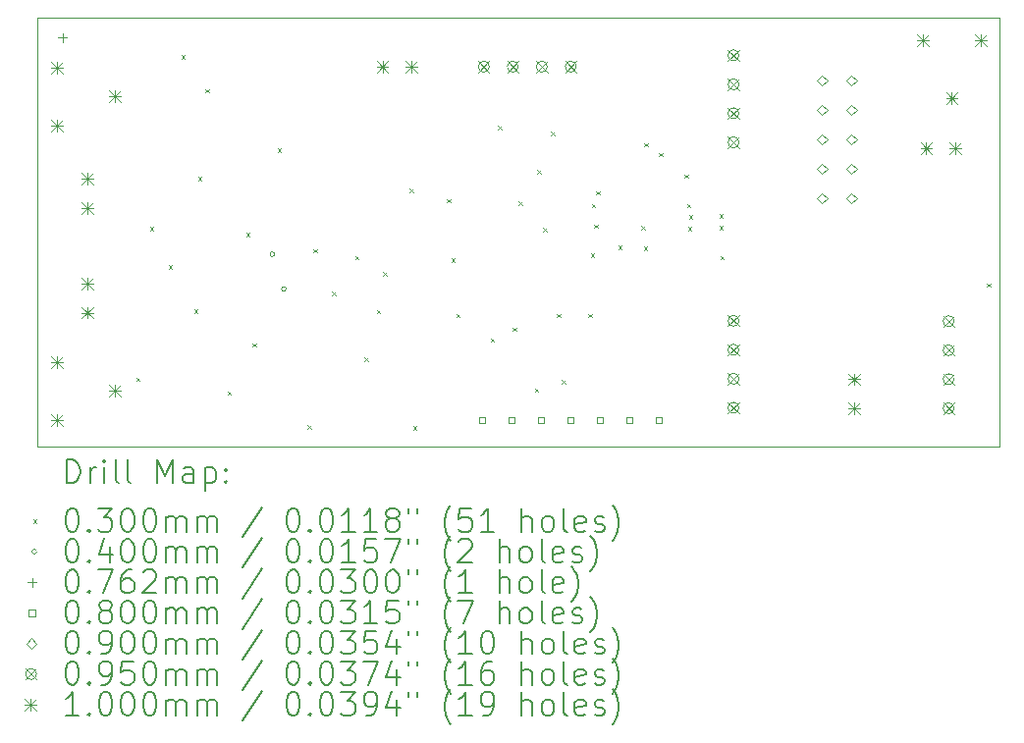
<source format=gbr>
%TF.GenerationSoftware,KiCad,Pcbnew,8.0.6-8.0.6-0~ubuntu24.04.1*%
%TF.CreationDate,2024-10-25T11:14:09+03:00*%
%TF.ProjectId,pss_v2,7073735f-7632-42e6-9b69-6361645f7063,rev?*%
%TF.SameCoordinates,Original*%
%TF.FileFunction,Drillmap*%
%TF.FilePolarity,Positive*%
%FSLAX45Y45*%
G04 Gerber Fmt 4.5, Leading zero omitted, Abs format (unit mm)*
G04 Created by KiCad (PCBNEW 8.0.6-8.0.6-0~ubuntu24.04.1) date 2024-10-25 11:14:09*
%MOMM*%
%LPD*%
G01*
G04 APERTURE LIST*
%ADD10C,0.050000*%
%ADD11C,0.200000*%
%ADD12C,0.100000*%
G04 APERTURE END LIST*
D10*
X3800000Y-1900000D02*
X12100000Y-1900000D01*
X12100000Y-5600000D01*
X3800000Y-5600000D01*
X3800000Y-1900000D01*
D11*
D12*
X4655000Y-5005000D02*
X4685000Y-5035000D01*
X4685000Y-5005000D02*
X4655000Y-5035000D01*
X4775000Y-3705000D02*
X4805000Y-3735000D01*
X4805000Y-3705000D02*
X4775000Y-3735000D01*
X4935000Y-4035000D02*
X4965000Y-4065000D01*
X4965000Y-4035000D02*
X4935000Y-4065000D01*
X5045000Y-2225000D02*
X5075000Y-2255000D01*
X5075000Y-2225000D02*
X5045000Y-2255000D01*
X5155000Y-4415000D02*
X5185000Y-4445000D01*
X5185000Y-4415000D02*
X5155000Y-4445000D01*
X5192000Y-3275000D02*
X5222000Y-3305000D01*
X5222000Y-3275000D02*
X5192000Y-3305000D01*
X5255000Y-2515000D02*
X5285000Y-2545000D01*
X5285000Y-2515000D02*
X5255000Y-2545000D01*
X5445000Y-5125000D02*
X5475000Y-5155000D01*
X5475000Y-5125000D02*
X5445000Y-5155000D01*
X5605000Y-3755000D02*
X5635000Y-3785000D01*
X5635000Y-3755000D02*
X5605000Y-3785000D01*
X5660000Y-4710000D02*
X5690000Y-4740000D01*
X5690000Y-4710000D02*
X5660000Y-4740000D01*
X5875000Y-3030000D02*
X5905000Y-3060000D01*
X5905000Y-3030000D02*
X5875000Y-3060000D01*
X6135000Y-5415000D02*
X6165000Y-5445000D01*
X6165000Y-5415000D02*
X6135000Y-5445000D01*
X6185000Y-3895000D02*
X6215000Y-3925000D01*
X6215000Y-3895000D02*
X6185000Y-3925000D01*
X6345000Y-4265000D02*
X6375000Y-4295000D01*
X6375000Y-4265000D02*
X6345000Y-4295000D01*
X6545000Y-3955000D02*
X6575000Y-3985000D01*
X6575000Y-3955000D02*
X6545000Y-3985000D01*
X6625000Y-4831250D02*
X6655000Y-4861250D01*
X6655000Y-4831250D02*
X6625000Y-4861250D01*
X6730000Y-4420000D02*
X6760000Y-4450000D01*
X6760000Y-4420000D02*
X6730000Y-4450000D01*
X6785000Y-4095000D02*
X6815000Y-4125000D01*
X6815000Y-4095000D02*
X6785000Y-4125000D01*
X7015000Y-3375000D02*
X7045000Y-3405000D01*
X7045000Y-3375000D02*
X7015000Y-3405000D01*
X7045000Y-5425000D02*
X7075000Y-5455000D01*
X7075000Y-5425000D02*
X7045000Y-5455000D01*
X7335000Y-3465000D02*
X7365000Y-3495000D01*
X7365000Y-3465000D02*
X7335000Y-3495000D01*
X7375806Y-3975806D02*
X7405806Y-4005806D01*
X7405806Y-3975806D02*
X7375806Y-4005806D01*
X7415000Y-4455000D02*
X7445000Y-4485000D01*
X7445000Y-4455000D02*
X7415000Y-4485000D01*
X7715000Y-4665000D02*
X7745000Y-4695000D01*
X7745000Y-4665000D02*
X7715000Y-4695000D01*
X7775000Y-2835000D02*
X7805000Y-2865000D01*
X7805000Y-2835000D02*
X7775000Y-2865000D01*
X7905000Y-4575000D02*
X7935000Y-4605000D01*
X7935000Y-4575000D02*
X7905000Y-4605000D01*
X7955000Y-3485000D02*
X7985000Y-3515000D01*
X7985000Y-3485000D02*
X7955000Y-3515000D01*
X8095000Y-5096250D02*
X8125000Y-5126250D01*
X8125000Y-5096250D02*
X8095000Y-5126250D01*
X8115000Y-3215000D02*
X8145000Y-3245000D01*
X8145000Y-3215000D02*
X8115000Y-3245000D01*
X8165000Y-3715000D02*
X8195000Y-3745000D01*
X8195000Y-3715000D02*
X8165000Y-3745000D01*
X8235000Y-2885000D02*
X8265000Y-2915000D01*
X8265000Y-2885000D02*
X8235000Y-2915000D01*
X8285000Y-4455000D02*
X8315000Y-4485000D01*
X8315000Y-4455000D02*
X8285000Y-4485000D01*
X8325000Y-5026250D02*
X8355000Y-5056250D01*
X8355000Y-5026250D02*
X8325000Y-5056250D01*
X8555000Y-4455000D02*
X8585000Y-4485000D01*
X8585000Y-4455000D02*
X8555000Y-4485000D01*
X8575000Y-3935000D02*
X8605000Y-3965000D01*
X8605000Y-3935000D02*
X8575000Y-3965000D01*
X8585000Y-3505000D02*
X8615000Y-3535000D01*
X8615000Y-3505000D02*
X8585000Y-3535000D01*
X8605000Y-3685000D02*
X8635000Y-3715000D01*
X8635000Y-3685000D02*
X8605000Y-3715000D01*
X8625000Y-3395000D02*
X8655000Y-3425000D01*
X8655000Y-3395000D02*
X8625000Y-3425000D01*
X8815000Y-3865000D02*
X8845000Y-3895000D01*
X8845000Y-3865000D02*
X8815000Y-3895000D01*
X9015000Y-3695000D02*
X9045000Y-3725000D01*
X9045000Y-3695000D02*
X9015000Y-3725000D01*
X9035000Y-3875000D02*
X9065000Y-3905000D01*
X9065000Y-3875000D02*
X9035000Y-3905000D01*
X9040000Y-2980000D02*
X9070000Y-3010000D01*
X9070000Y-2980000D02*
X9040000Y-3010000D01*
X9165000Y-3065000D02*
X9195000Y-3095000D01*
X9195000Y-3065000D02*
X9165000Y-3095000D01*
X9385000Y-3252500D02*
X9415000Y-3282500D01*
X9415000Y-3252500D02*
X9385000Y-3282500D01*
X9407052Y-3505500D02*
X9437052Y-3535500D01*
X9437052Y-3505500D02*
X9407052Y-3535500D01*
X9415000Y-3705000D02*
X9445000Y-3735000D01*
X9445000Y-3705000D02*
X9415000Y-3735000D01*
X9425000Y-3605000D02*
X9455000Y-3635000D01*
X9455000Y-3605000D02*
X9425000Y-3635000D01*
X9685000Y-3595000D02*
X9715000Y-3625000D01*
X9715000Y-3595000D02*
X9685000Y-3625000D01*
X9685000Y-3695000D02*
X9715000Y-3725000D01*
X9715000Y-3695000D02*
X9685000Y-3725000D01*
X9693750Y-3955000D02*
X9723750Y-3985000D01*
X9723750Y-3955000D02*
X9693750Y-3985000D01*
X11993125Y-4193125D02*
X12023125Y-4223125D01*
X12023125Y-4193125D02*
X11993125Y-4223125D01*
X5850000Y-3940000D02*
G75*
G02*
X5810000Y-3940000I-20000J0D01*
G01*
X5810000Y-3940000D02*
G75*
G02*
X5850000Y-3940000I20000J0D01*
G01*
X5950000Y-4240000D02*
G75*
G02*
X5910000Y-4240000I-20000J0D01*
G01*
X5910000Y-4240000D02*
G75*
G02*
X5950000Y-4240000I20000J0D01*
G01*
X4020000Y-2031900D02*
X4020000Y-2108100D01*
X3981900Y-2070000D02*
X4058100Y-2070000D01*
X7666284Y-5400035D02*
X7666284Y-5343466D01*
X7609715Y-5343466D01*
X7609715Y-5400035D01*
X7666284Y-5400035D01*
X7920284Y-5400035D02*
X7920284Y-5343466D01*
X7863715Y-5343466D01*
X7863715Y-5400035D01*
X7920284Y-5400035D01*
X8174284Y-5400035D02*
X8174284Y-5343466D01*
X8117715Y-5343466D01*
X8117715Y-5400035D01*
X8174284Y-5400035D01*
X8428285Y-5400035D02*
X8428285Y-5343466D01*
X8371715Y-5343466D01*
X8371715Y-5400035D01*
X8428285Y-5400035D01*
X8682285Y-5400035D02*
X8682285Y-5343466D01*
X8625716Y-5343466D01*
X8625716Y-5400035D01*
X8682285Y-5400035D01*
X8936285Y-5400035D02*
X8936285Y-5343466D01*
X8879716Y-5343466D01*
X8879716Y-5400035D01*
X8936285Y-5400035D01*
X9190285Y-5400035D02*
X9190285Y-5343466D01*
X9133716Y-5343466D01*
X9133716Y-5400035D01*
X9190285Y-5400035D01*
X10573000Y-2487000D02*
X10618000Y-2442000D01*
X10573000Y-2397000D01*
X10528000Y-2442000D01*
X10573000Y-2487000D01*
X10573000Y-2741000D02*
X10618000Y-2696000D01*
X10573000Y-2651000D01*
X10528000Y-2696000D01*
X10573000Y-2741000D01*
X10573000Y-2995000D02*
X10618000Y-2950000D01*
X10573000Y-2905000D01*
X10528000Y-2950000D01*
X10573000Y-2995000D01*
X10573000Y-3249000D02*
X10618000Y-3204000D01*
X10573000Y-3159000D01*
X10528000Y-3204000D01*
X10573000Y-3249000D01*
X10573000Y-3503000D02*
X10618000Y-3458000D01*
X10573000Y-3413000D01*
X10528000Y-3458000D01*
X10573000Y-3503000D01*
X10827000Y-2487000D02*
X10872000Y-2442000D01*
X10827000Y-2397000D01*
X10782000Y-2442000D01*
X10827000Y-2487000D01*
X10827000Y-2741000D02*
X10872000Y-2696000D01*
X10827000Y-2651000D01*
X10782000Y-2696000D01*
X10827000Y-2741000D01*
X10827000Y-2995000D02*
X10872000Y-2950000D01*
X10827000Y-2905000D01*
X10782000Y-2950000D01*
X10827000Y-2995000D01*
X10827000Y-3249000D02*
X10872000Y-3204000D01*
X10827000Y-3159000D01*
X10782000Y-3204000D01*
X10827000Y-3249000D01*
X10827000Y-3503000D02*
X10872000Y-3458000D01*
X10827000Y-3413000D01*
X10782000Y-3458000D01*
X10827000Y-3503000D01*
X7607400Y-2275000D02*
X7702400Y-2370000D01*
X7702400Y-2275000D02*
X7607400Y-2370000D01*
X7702400Y-2322500D02*
G75*
G02*
X7607400Y-2322500I-47500J0D01*
G01*
X7607400Y-2322500D02*
G75*
G02*
X7702400Y-2322500I47500J0D01*
G01*
X7857400Y-2275000D02*
X7952400Y-2370000D01*
X7952400Y-2275000D02*
X7857400Y-2370000D01*
X7952400Y-2322500D02*
G75*
G02*
X7857400Y-2322500I-47500J0D01*
G01*
X7857400Y-2322500D02*
G75*
G02*
X7952400Y-2322500I47500J0D01*
G01*
X8107400Y-2275000D02*
X8202400Y-2370000D01*
X8202400Y-2275000D02*
X8107400Y-2370000D01*
X8202400Y-2322500D02*
G75*
G02*
X8107400Y-2322500I-47500J0D01*
G01*
X8107400Y-2322500D02*
G75*
G02*
X8202400Y-2322500I47500J0D01*
G01*
X8357400Y-2275000D02*
X8452400Y-2370000D01*
X8452400Y-2275000D02*
X8357400Y-2370000D01*
X8452400Y-2322500D02*
G75*
G02*
X8357400Y-2322500I-47500J0D01*
G01*
X8357400Y-2322500D02*
G75*
G02*
X8452400Y-2322500I47500J0D01*
G01*
X9760000Y-2177500D02*
X9855000Y-2272500D01*
X9855000Y-2177500D02*
X9760000Y-2272500D01*
X9855000Y-2225000D02*
G75*
G02*
X9760000Y-2225000I-47500J0D01*
G01*
X9760000Y-2225000D02*
G75*
G02*
X9855000Y-2225000I47500J0D01*
G01*
X9760000Y-2427500D02*
X9855000Y-2522500D01*
X9855000Y-2427500D02*
X9760000Y-2522500D01*
X9855000Y-2475000D02*
G75*
G02*
X9760000Y-2475000I-47500J0D01*
G01*
X9760000Y-2475000D02*
G75*
G02*
X9855000Y-2475000I47500J0D01*
G01*
X9760000Y-2677500D02*
X9855000Y-2772500D01*
X9855000Y-2677500D02*
X9760000Y-2772500D01*
X9855000Y-2725000D02*
G75*
G02*
X9760000Y-2725000I-47500J0D01*
G01*
X9760000Y-2725000D02*
G75*
G02*
X9855000Y-2725000I47500J0D01*
G01*
X9760000Y-2927500D02*
X9855000Y-3022500D01*
X9855000Y-2927500D02*
X9760000Y-3022500D01*
X9855000Y-2975000D02*
G75*
G02*
X9760000Y-2975000I-47500J0D01*
G01*
X9760000Y-2975000D02*
G75*
G02*
X9855000Y-2975000I47500J0D01*
G01*
X9760000Y-4467500D02*
X9855000Y-4562500D01*
X9855000Y-4467500D02*
X9760000Y-4562500D01*
X9855000Y-4515000D02*
G75*
G02*
X9760000Y-4515000I-47500J0D01*
G01*
X9760000Y-4515000D02*
G75*
G02*
X9855000Y-4515000I47500J0D01*
G01*
X9760000Y-4717500D02*
X9855000Y-4812500D01*
X9855000Y-4717500D02*
X9760000Y-4812500D01*
X9855000Y-4765000D02*
G75*
G02*
X9760000Y-4765000I-47500J0D01*
G01*
X9760000Y-4765000D02*
G75*
G02*
X9855000Y-4765000I47500J0D01*
G01*
X9760000Y-4967500D02*
X9855000Y-5062500D01*
X9855000Y-4967500D02*
X9760000Y-5062500D01*
X9855000Y-5015000D02*
G75*
G02*
X9760000Y-5015000I-47500J0D01*
G01*
X9760000Y-5015000D02*
G75*
G02*
X9855000Y-5015000I47500J0D01*
G01*
X9760000Y-5217500D02*
X9855000Y-5312500D01*
X9855000Y-5217500D02*
X9760000Y-5312500D01*
X9855000Y-5265000D02*
G75*
G02*
X9760000Y-5265000I-47500J0D01*
G01*
X9760000Y-5265000D02*
G75*
G02*
X9855000Y-5265000I47500J0D01*
G01*
X11615000Y-4471500D02*
X11710000Y-4566500D01*
X11710000Y-4471500D02*
X11615000Y-4566500D01*
X11710000Y-4519000D02*
G75*
G02*
X11615000Y-4519000I-47500J0D01*
G01*
X11615000Y-4519000D02*
G75*
G02*
X11710000Y-4519000I47500J0D01*
G01*
X11615000Y-4721500D02*
X11710000Y-4816500D01*
X11710000Y-4721500D02*
X11615000Y-4816500D01*
X11710000Y-4769000D02*
G75*
G02*
X11615000Y-4769000I-47500J0D01*
G01*
X11615000Y-4769000D02*
G75*
G02*
X11710000Y-4769000I47500J0D01*
G01*
X11615000Y-4971500D02*
X11710000Y-5066500D01*
X11710000Y-4971500D02*
X11615000Y-5066500D01*
X11710000Y-5019000D02*
G75*
G02*
X11615000Y-5019000I-47500J0D01*
G01*
X11615000Y-5019000D02*
G75*
G02*
X11710000Y-5019000I47500J0D01*
G01*
X11615000Y-5221500D02*
X11710000Y-5316500D01*
X11710000Y-5221500D02*
X11615000Y-5316500D01*
X11710000Y-5269000D02*
G75*
G02*
X11615000Y-5269000I-47500J0D01*
G01*
X11615000Y-5269000D02*
G75*
G02*
X11710000Y-5269000I47500J0D01*
G01*
X3926000Y-2280000D02*
X4026000Y-2380000D01*
X4026000Y-2280000D02*
X3926000Y-2380000D01*
X3976000Y-2280000D02*
X3976000Y-2380000D01*
X3926000Y-2330000D02*
X4026000Y-2330000D01*
X3926000Y-2780000D02*
X4026000Y-2880000D01*
X4026000Y-2780000D02*
X3926000Y-2880000D01*
X3976000Y-2780000D02*
X3976000Y-2880000D01*
X3926000Y-2830000D02*
X4026000Y-2830000D01*
X3926000Y-4820000D02*
X4026000Y-4920000D01*
X4026000Y-4820000D02*
X3926000Y-4920000D01*
X3976000Y-4820000D02*
X3976000Y-4920000D01*
X3926000Y-4870000D02*
X4026000Y-4870000D01*
X3926000Y-5320000D02*
X4026000Y-5420000D01*
X4026000Y-5320000D02*
X3926000Y-5420000D01*
X3976000Y-5320000D02*
X3976000Y-5420000D01*
X3926000Y-5370000D02*
X4026000Y-5370000D01*
X4182500Y-3240000D02*
X4282500Y-3340000D01*
X4282500Y-3240000D02*
X4182500Y-3340000D01*
X4232500Y-3240000D02*
X4232500Y-3340000D01*
X4182500Y-3290000D02*
X4282500Y-3290000D01*
X4182500Y-3490000D02*
X4282500Y-3590000D01*
X4282500Y-3490000D02*
X4182500Y-3590000D01*
X4232500Y-3490000D02*
X4232500Y-3590000D01*
X4182500Y-3540000D02*
X4282500Y-3540000D01*
X4182500Y-4145000D02*
X4282500Y-4245000D01*
X4282500Y-4145000D02*
X4182500Y-4245000D01*
X4232500Y-4145000D02*
X4232500Y-4245000D01*
X4182500Y-4195000D02*
X4282500Y-4195000D01*
X4182500Y-4395000D02*
X4282500Y-4495000D01*
X4282500Y-4395000D02*
X4182500Y-4495000D01*
X4232500Y-4395000D02*
X4232500Y-4495000D01*
X4182500Y-4445000D02*
X4282500Y-4445000D01*
X4426000Y-2530000D02*
X4526000Y-2630000D01*
X4526000Y-2530000D02*
X4426000Y-2630000D01*
X4476000Y-2530000D02*
X4476000Y-2630000D01*
X4426000Y-2580000D02*
X4526000Y-2580000D01*
X4426000Y-5070000D02*
X4526000Y-5170000D01*
X4526000Y-5070000D02*
X4426000Y-5170000D01*
X4476000Y-5070000D02*
X4476000Y-5170000D01*
X4426000Y-5120000D02*
X4526000Y-5120000D01*
X6730000Y-2272500D02*
X6830000Y-2372500D01*
X6830000Y-2272500D02*
X6730000Y-2372500D01*
X6780000Y-2272500D02*
X6780000Y-2372500D01*
X6730000Y-2322500D02*
X6830000Y-2322500D01*
X6980000Y-2272500D02*
X7080000Y-2372500D01*
X7080000Y-2272500D02*
X6980000Y-2372500D01*
X7030000Y-2272500D02*
X7030000Y-2372500D01*
X6980000Y-2322500D02*
X7080000Y-2322500D01*
X10800000Y-4970000D02*
X10900000Y-5070000D01*
X10900000Y-4970000D02*
X10800000Y-5070000D01*
X10850000Y-4970000D02*
X10850000Y-5070000D01*
X10800000Y-5020000D02*
X10900000Y-5020000D01*
X10800000Y-5220000D02*
X10900000Y-5320000D01*
X10900000Y-5220000D02*
X10800000Y-5320000D01*
X10850000Y-5220000D02*
X10850000Y-5320000D01*
X10800000Y-5270000D02*
X10900000Y-5270000D01*
X11390000Y-2046000D02*
X11490000Y-2146000D01*
X11490000Y-2046000D02*
X11390000Y-2146000D01*
X11440000Y-2046000D02*
X11440000Y-2146000D01*
X11390000Y-2096000D02*
X11490000Y-2096000D01*
X11420000Y-2977500D02*
X11520000Y-3077500D01*
X11520000Y-2977500D02*
X11420000Y-3077500D01*
X11470000Y-2977500D02*
X11470000Y-3077500D01*
X11420000Y-3027500D02*
X11520000Y-3027500D01*
X11640000Y-2546000D02*
X11740000Y-2646000D01*
X11740000Y-2546000D02*
X11640000Y-2646000D01*
X11690000Y-2546000D02*
X11690000Y-2646000D01*
X11640000Y-2596000D02*
X11740000Y-2596000D01*
X11670000Y-2977500D02*
X11770000Y-3077500D01*
X11770000Y-2977500D02*
X11670000Y-3077500D01*
X11720000Y-2977500D02*
X11720000Y-3077500D01*
X11670000Y-3027500D02*
X11770000Y-3027500D01*
X11890000Y-2046000D02*
X11990000Y-2146000D01*
X11990000Y-2046000D02*
X11890000Y-2146000D01*
X11940000Y-2046000D02*
X11940000Y-2146000D01*
X11890000Y-2096000D02*
X11990000Y-2096000D01*
D11*
X4058277Y-5913984D02*
X4058277Y-5713984D01*
X4058277Y-5713984D02*
X4105896Y-5713984D01*
X4105896Y-5713984D02*
X4134467Y-5723508D01*
X4134467Y-5723508D02*
X4153515Y-5742555D01*
X4153515Y-5742555D02*
X4163039Y-5761603D01*
X4163039Y-5761603D02*
X4172562Y-5799698D01*
X4172562Y-5799698D02*
X4172562Y-5828269D01*
X4172562Y-5828269D02*
X4163039Y-5866365D01*
X4163039Y-5866365D02*
X4153515Y-5885412D01*
X4153515Y-5885412D02*
X4134467Y-5904460D01*
X4134467Y-5904460D02*
X4105896Y-5913984D01*
X4105896Y-5913984D02*
X4058277Y-5913984D01*
X4258277Y-5913984D02*
X4258277Y-5780650D01*
X4258277Y-5818746D02*
X4267801Y-5799698D01*
X4267801Y-5799698D02*
X4277324Y-5790174D01*
X4277324Y-5790174D02*
X4296372Y-5780650D01*
X4296372Y-5780650D02*
X4315420Y-5780650D01*
X4382086Y-5913984D02*
X4382086Y-5780650D01*
X4382086Y-5713984D02*
X4372563Y-5723508D01*
X4372563Y-5723508D02*
X4382086Y-5733031D01*
X4382086Y-5733031D02*
X4391610Y-5723508D01*
X4391610Y-5723508D02*
X4382086Y-5713984D01*
X4382086Y-5713984D02*
X4382086Y-5733031D01*
X4505896Y-5913984D02*
X4486848Y-5904460D01*
X4486848Y-5904460D02*
X4477324Y-5885412D01*
X4477324Y-5885412D02*
X4477324Y-5713984D01*
X4610658Y-5913984D02*
X4591610Y-5904460D01*
X4591610Y-5904460D02*
X4582086Y-5885412D01*
X4582086Y-5885412D02*
X4582086Y-5713984D01*
X4839229Y-5913984D02*
X4839229Y-5713984D01*
X4839229Y-5713984D02*
X4905896Y-5856841D01*
X4905896Y-5856841D02*
X4972563Y-5713984D01*
X4972563Y-5713984D02*
X4972563Y-5913984D01*
X5153515Y-5913984D02*
X5153515Y-5809222D01*
X5153515Y-5809222D02*
X5143991Y-5790174D01*
X5143991Y-5790174D02*
X5124944Y-5780650D01*
X5124944Y-5780650D02*
X5086848Y-5780650D01*
X5086848Y-5780650D02*
X5067801Y-5790174D01*
X5153515Y-5904460D02*
X5134467Y-5913984D01*
X5134467Y-5913984D02*
X5086848Y-5913984D01*
X5086848Y-5913984D02*
X5067801Y-5904460D01*
X5067801Y-5904460D02*
X5058277Y-5885412D01*
X5058277Y-5885412D02*
X5058277Y-5866365D01*
X5058277Y-5866365D02*
X5067801Y-5847317D01*
X5067801Y-5847317D02*
X5086848Y-5837793D01*
X5086848Y-5837793D02*
X5134467Y-5837793D01*
X5134467Y-5837793D02*
X5153515Y-5828269D01*
X5248753Y-5780650D02*
X5248753Y-5980650D01*
X5248753Y-5790174D02*
X5267801Y-5780650D01*
X5267801Y-5780650D02*
X5305896Y-5780650D01*
X5305896Y-5780650D02*
X5324944Y-5790174D01*
X5324944Y-5790174D02*
X5334467Y-5799698D01*
X5334467Y-5799698D02*
X5343991Y-5818746D01*
X5343991Y-5818746D02*
X5343991Y-5875888D01*
X5343991Y-5875888D02*
X5334467Y-5894936D01*
X5334467Y-5894936D02*
X5324944Y-5904460D01*
X5324944Y-5904460D02*
X5305896Y-5913984D01*
X5305896Y-5913984D02*
X5267801Y-5913984D01*
X5267801Y-5913984D02*
X5248753Y-5904460D01*
X5429705Y-5894936D02*
X5439229Y-5904460D01*
X5439229Y-5904460D02*
X5429705Y-5913984D01*
X5429705Y-5913984D02*
X5420182Y-5904460D01*
X5420182Y-5904460D02*
X5429705Y-5894936D01*
X5429705Y-5894936D02*
X5429705Y-5913984D01*
X5429705Y-5790174D02*
X5439229Y-5799698D01*
X5439229Y-5799698D02*
X5429705Y-5809222D01*
X5429705Y-5809222D02*
X5420182Y-5799698D01*
X5420182Y-5799698D02*
X5429705Y-5790174D01*
X5429705Y-5790174D02*
X5429705Y-5809222D01*
D12*
X3767500Y-6227500D02*
X3797500Y-6257500D01*
X3797500Y-6227500D02*
X3767500Y-6257500D01*
D11*
X4096372Y-6133984D02*
X4115420Y-6133984D01*
X4115420Y-6133984D02*
X4134467Y-6143508D01*
X4134467Y-6143508D02*
X4143991Y-6153031D01*
X4143991Y-6153031D02*
X4153515Y-6172079D01*
X4153515Y-6172079D02*
X4163039Y-6210174D01*
X4163039Y-6210174D02*
X4163039Y-6257793D01*
X4163039Y-6257793D02*
X4153515Y-6295888D01*
X4153515Y-6295888D02*
X4143991Y-6314936D01*
X4143991Y-6314936D02*
X4134467Y-6324460D01*
X4134467Y-6324460D02*
X4115420Y-6333984D01*
X4115420Y-6333984D02*
X4096372Y-6333984D01*
X4096372Y-6333984D02*
X4077324Y-6324460D01*
X4077324Y-6324460D02*
X4067801Y-6314936D01*
X4067801Y-6314936D02*
X4058277Y-6295888D01*
X4058277Y-6295888D02*
X4048753Y-6257793D01*
X4048753Y-6257793D02*
X4048753Y-6210174D01*
X4048753Y-6210174D02*
X4058277Y-6172079D01*
X4058277Y-6172079D02*
X4067801Y-6153031D01*
X4067801Y-6153031D02*
X4077324Y-6143508D01*
X4077324Y-6143508D02*
X4096372Y-6133984D01*
X4248753Y-6314936D02*
X4258277Y-6324460D01*
X4258277Y-6324460D02*
X4248753Y-6333984D01*
X4248753Y-6333984D02*
X4239229Y-6324460D01*
X4239229Y-6324460D02*
X4248753Y-6314936D01*
X4248753Y-6314936D02*
X4248753Y-6333984D01*
X4324944Y-6133984D02*
X4448753Y-6133984D01*
X4448753Y-6133984D02*
X4382086Y-6210174D01*
X4382086Y-6210174D02*
X4410658Y-6210174D01*
X4410658Y-6210174D02*
X4429705Y-6219698D01*
X4429705Y-6219698D02*
X4439229Y-6229222D01*
X4439229Y-6229222D02*
X4448753Y-6248269D01*
X4448753Y-6248269D02*
X4448753Y-6295888D01*
X4448753Y-6295888D02*
X4439229Y-6314936D01*
X4439229Y-6314936D02*
X4429705Y-6324460D01*
X4429705Y-6324460D02*
X4410658Y-6333984D01*
X4410658Y-6333984D02*
X4353515Y-6333984D01*
X4353515Y-6333984D02*
X4334467Y-6324460D01*
X4334467Y-6324460D02*
X4324944Y-6314936D01*
X4572563Y-6133984D02*
X4591610Y-6133984D01*
X4591610Y-6133984D02*
X4610658Y-6143508D01*
X4610658Y-6143508D02*
X4620182Y-6153031D01*
X4620182Y-6153031D02*
X4629705Y-6172079D01*
X4629705Y-6172079D02*
X4639229Y-6210174D01*
X4639229Y-6210174D02*
X4639229Y-6257793D01*
X4639229Y-6257793D02*
X4629705Y-6295888D01*
X4629705Y-6295888D02*
X4620182Y-6314936D01*
X4620182Y-6314936D02*
X4610658Y-6324460D01*
X4610658Y-6324460D02*
X4591610Y-6333984D01*
X4591610Y-6333984D02*
X4572563Y-6333984D01*
X4572563Y-6333984D02*
X4553515Y-6324460D01*
X4553515Y-6324460D02*
X4543991Y-6314936D01*
X4543991Y-6314936D02*
X4534467Y-6295888D01*
X4534467Y-6295888D02*
X4524944Y-6257793D01*
X4524944Y-6257793D02*
X4524944Y-6210174D01*
X4524944Y-6210174D02*
X4534467Y-6172079D01*
X4534467Y-6172079D02*
X4543991Y-6153031D01*
X4543991Y-6153031D02*
X4553515Y-6143508D01*
X4553515Y-6143508D02*
X4572563Y-6133984D01*
X4763039Y-6133984D02*
X4782086Y-6133984D01*
X4782086Y-6133984D02*
X4801134Y-6143508D01*
X4801134Y-6143508D02*
X4810658Y-6153031D01*
X4810658Y-6153031D02*
X4820182Y-6172079D01*
X4820182Y-6172079D02*
X4829705Y-6210174D01*
X4829705Y-6210174D02*
X4829705Y-6257793D01*
X4829705Y-6257793D02*
X4820182Y-6295888D01*
X4820182Y-6295888D02*
X4810658Y-6314936D01*
X4810658Y-6314936D02*
X4801134Y-6324460D01*
X4801134Y-6324460D02*
X4782086Y-6333984D01*
X4782086Y-6333984D02*
X4763039Y-6333984D01*
X4763039Y-6333984D02*
X4743991Y-6324460D01*
X4743991Y-6324460D02*
X4734467Y-6314936D01*
X4734467Y-6314936D02*
X4724944Y-6295888D01*
X4724944Y-6295888D02*
X4715420Y-6257793D01*
X4715420Y-6257793D02*
X4715420Y-6210174D01*
X4715420Y-6210174D02*
X4724944Y-6172079D01*
X4724944Y-6172079D02*
X4734467Y-6153031D01*
X4734467Y-6153031D02*
X4743991Y-6143508D01*
X4743991Y-6143508D02*
X4763039Y-6133984D01*
X4915420Y-6333984D02*
X4915420Y-6200650D01*
X4915420Y-6219698D02*
X4924944Y-6210174D01*
X4924944Y-6210174D02*
X4943991Y-6200650D01*
X4943991Y-6200650D02*
X4972563Y-6200650D01*
X4972563Y-6200650D02*
X4991610Y-6210174D01*
X4991610Y-6210174D02*
X5001134Y-6229222D01*
X5001134Y-6229222D02*
X5001134Y-6333984D01*
X5001134Y-6229222D02*
X5010658Y-6210174D01*
X5010658Y-6210174D02*
X5029705Y-6200650D01*
X5029705Y-6200650D02*
X5058277Y-6200650D01*
X5058277Y-6200650D02*
X5077325Y-6210174D01*
X5077325Y-6210174D02*
X5086848Y-6229222D01*
X5086848Y-6229222D02*
X5086848Y-6333984D01*
X5182086Y-6333984D02*
X5182086Y-6200650D01*
X5182086Y-6219698D02*
X5191610Y-6210174D01*
X5191610Y-6210174D02*
X5210658Y-6200650D01*
X5210658Y-6200650D02*
X5239229Y-6200650D01*
X5239229Y-6200650D02*
X5258277Y-6210174D01*
X5258277Y-6210174D02*
X5267801Y-6229222D01*
X5267801Y-6229222D02*
X5267801Y-6333984D01*
X5267801Y-6229222D02*
X5277325Y-6210174D01*
X5277325Y-6210174D02*
X5296372Y-6200650D01*
X5296372Y-6200650D02*
X5324944Y-6200650D01*
X5324944Y-6200650D02*
X5343991Y-6210174D01*
X5343991Y-6210174D02*
X5353515Y-6229222D01*
X5353515Y-6229222D02*
X5353515Y-6333984D01*
X5743991Y-6124460D02*
X5572563Y-6381603D01*
X6001134Y-6133984D02*
X6020182Y-6133984D01*
X6020182Y-6133984D02*
X6039229Y-6143508D01*
X6039229Y-6143508D02*
X6048753Y-6153031D01*
X6048753Y-6153031D02*
X6058277Y-6172079D01*
X6058277Y-6172079D02*
X6067801Y-6210174D01*
X6067801Y-6210174D02*
X6067801Y-6257793D01*
X6067801Y-6257793D02*
X6058277Y-6295888D01*
X6058277Y-6295888D02*
X6048753Y-6314936D01*
X6048753Y-6314936D02*
X6039229Y-6324460D01*
X6039229Y-6324460D02*
X6020182Y-6333984D01*
X6020182Y-6333984D02*
X6001134Y-6333984D01*
X6001134Y-6333984D02*
X5982086Y-6324460D01*
X5982086Y-6324460D02*
X5972563Y-6314936D01*
X5972563Y-6314936D02*
X5963039Y-6295888D01*
X5963039Y-6295888D02*
X5953515Y-6257793D01*
X5953515Y-6257793D02*
X5953515Y-6210174D01*
X5953515Y-6210174D02*
X5963039Y-6172079D01*
X5963039Y-6172079D02*
X5972563Y-6153031D01*
X5972563Y-6153031D02*
X5982086Y-6143508D01*
X5982086Y-6143508D02*
X6001134Y-6133984D01*
X6153515Y-6314936D02*
X6163039Y-6324460D01*
X6163039Y-6324460D02*
X6153515Y-6333984D01*
X6153515Y-6333984D02*
X6143991Y-6324460D01*
X6143991Y-6324460D02*
X6153515Y-6314936D01*
X6153515Y-6314936D02*
X6153515Y-6333984D01*
X6286848Y-6133984D02*
X6305896Y-6133984D01*
X6305896Y-6133984D02*
X6324944Y-6143508D01*
X6324944Y-6143508D02*
X6334467Y-6153031D01*
X6334467Y-6153031D02*
X6343991Y-6172079D01*
X6343991Y-6172079D02*
X6353515Y-6210174D01*
X6353515Y-6210174D02*
X6353515Y-6257793D01*
X6353515Y-6257793D02*
X6343991Y-6295888D01*
X6343991Y-6295888D02*
X6334467Y-6314936D01*
X6334467Y-6314936D02*
X6324944Y-6324460D01*
X6324944Y-6324460D02*
X6305896Y-6333984D01*
X6305896Y-6333984D02*
X6286848Y-6333984D01*
X6286848Y-6333984D02*
X6267801Y-6324460D01*
X6267801Y-6324460D02*
X6258277Y-6314936D01*
X6258277Y-6314936D02*
X6248753Y-6295888D01*
X6248753Y-6295888D02*
X6239229Y-6257793D01*
X6239229Y-6257793D02*
X6239229Y-6210174D01*
X6239229Y-6210174D02*
X6248753Y-6172079D01*
X6248753Y-6172079D02*
X6258277Y-6153031D01*
X6258277Y-6153031D02*
X6267801Y-6143508D01*
X6267801Y-6143508D02*
X6286848Y-6133984D01*
X6543991Y-6333984D02*
X6429706Y-6333984D01*
X6486848Y-6333984D02*
X6486848Y-6133984D01*
X6486848Y-6133984D02*
X6467801Y-6162555D01*
X6467801Y-6162555D02*
X6448753Y-6181603D01*
X6448753Y-6181603D02*
X6429706Y-6191127D01*
X6734467Y-6333984D02*
X6620182Y-6333984D01*
X6677325Y-6333984D02*
X6677325Y-6133984D01*
X6677325Y-6133984D02*
X6658277Y-6162555D01*
X6658277Y-6162555D02*
X6639229Y-6181603D01*
X6639229Y-6181603D02*
X6620182Y-6191127D01*
X6848753Y-6219698D02*
X6829706Y-6210174D01*
X6829706Y-6210174D02*
X6820182Y-6200650D01*
X6820182Y-6200650D02*
X6810658Y-6181603D01*
X6810658Y-6181603D02*
X6810658Y-6172079D01*
X6810658Y-6172079D02*
X6820182Y-6153031D01*
X6820182Y-6153031D02*
X6829706Y-6143508D01*
X6829706Y-6143508D02*
X6848753Y-6133984D01*
X6848753Y-6133984D02*
X6886848Y-6133984D01*
X6886848Y-6133984D02*
X6905896Y-6143508D01*
X6905896Y-6143508D02*
X6915420Y-6153031D01*
X6915420Y-6153031D02*
X6924944Y-6172079D01*
X6924944Y-6172079D02*
X6924944Y-6181603D01*
X6924944Y-6181603D02*
X6915420Y-6200650D01*
X6915420Y-6200650D02*
X6905896Y-6210174D01*
X6905896Y-6210174D02*
X6886848Y-6219698D01*
X6886848Y-6219698D02*
X6848753Y-6219698D01*
X6848753Y-6219698D02*
X6829706Y-6229222D01*
X6829706Y-6229222D02*
X6820182Y-6238746D01*
X6820182Y-6238746D02*
X6810658Y-6257793D01*
X6810658Y-6257793D02*
X6810658Y-6295888D01*
X6810658Y-6295888D02*
X6820182Y-6314936D01*
X6820182Y-6314936D02*
X6829706Y-6324460D01*
X6829706Y-6324460D02*
X6848753Y-6333984D01*
X6848753Y-6333984D02*
X6886848Y-6333984D01*
X6886848Y-6333984D02*
X6905896Y-6324460D01*
X6905896Y-6324460D02*
X6915420Y-6314936D01*
X6915420Y-6314936D02*
X6924944Y-6295888D01*
X6924944Y-6295888D02*
X6924944Y-6257793D01*
X6924944Y-6257793D02*
X6915420Y-6238746D01*
X6915420Y-6238746D02*
X6905896Y-6229222D01*
X6905896Y-6229222D02*
X6886848Y-6219698D01*
X7001134Y-6133984D02*
X7001134Y-6172079D01*
X7077325Y-6133984D02*
X7077325Y-6172079D01*
X7372563Y-6410174D02*
X7363039Y-6400650D01*
X7363039Y-6400650D02*
X7343991Y-6372079D01*
X7343991Y-6372079D02*
X7334468Y-6353031D01*
X7334468Y-6353031D02*
X7324944Y-6324460D01*
X7324944Y-6324460D02*
X7315420Y-6276841D01*
X7315420Y-6276841D02*
X7315420Y-6238746D01*
X7315420Y-6238746D02*
X7324944Y-6191127D01*
X7324944Y-6191127D02*
X7334468Y-6162555D01*
X7334468Y-6162555D02*
X7343991Y-6143508D01*
X7343991Y-6143508D02*
X7363039Y-6114936D01*
X7363039Y-6114936D02*
X7372563Y-6105412D01*
X7543991Y-6133984D02*
X7448753Y-6133984D01*
X7448753Y-6133984D02*
X7439229Y-6229222D01*
X7439229Y-6229222D02*
X7448753Y-6219698D01*
X7448753Y-6219698D02*
X7467801Y-6210174D01*
X7467801Y-6210174D02*
X7515420Y-6210174D01*
X7515420Y-6210174D02*
X7534468Y-6219698D01*
X7534468Y-6219698D02*
X7543991Y-6229222D01*
X7543991Y-6229222D02*
X7553515Y-6248269D01*
X7553515Y-6248269D02*
X7553515Y-6295888D01*
X7553515Y-6295888D02*
X7543991Y-6314936D01*
X7543991Y-6314936D02*
X7534468Y-6324460D01*
X7534468Y-6324460D02*
X7515420Y-6333984D01*
X7515420Y-6333984D02*
X7467801Y-6333984D01*
X7467801Y-6333984D02*
X7448753Y-6324460D01*
X7448753Y-6324460D02*
X7439229Y-6314936D01*
X7743991Y-6333984D02*
X7629706Y-6333984D01*
X7686848Y-6333984D02*
X7686848Y-6133984D01*
X7686848Y-6133984D02*
X7667801Y-6162555D01*
X7667801Y-6162555D02*
X7648753Y-6181603D01*
X7648753Y-6181603D02*
X7629706Y-6191127D01*
X7982087Y-6333984D02*
X7982087Y-6133984D01*
X8067801Y-6333984D02*
X8067801Y-6229222D01*
X8067801Y-6229222D02*
X8058277Y-6210174D01*
X8058277Y-6210174D02*
X8039230Y-6200650D01*
X8039230Y-6200650D02*
X8010658Y-6200650D01*
X8010658Y-6200650D02*
X7991610Y-6210174D01*
X7991610Y-6210174D02*
X7982087Y-6219698D01*
X8191610Y-6333984D02*
X8172563Y-6324460D01*
X8172563Y-6324460D02*
X8163039Y-6314936D01*
X8163039Y-6314936D02*
X8153515Y-6295888D01*
X8153515Y-6295888D02*
X8153515Y-6238746D01*
X8153515Y-6238746D02*
X8163039Y-6219698D01*
X8163039Y-6219698D02*
X8172563Y-6210174D01*
X8172563Y-6210174D02*
X8191610Y-6200650D01*
X8191610Y-6200650D02*
X8220182Y-6200650D01*
X8220182Y-6200650D02*
X8239230Y-6210174D01*
X8239230Y-6210174D02*
X8248753Y-6219698D01*
X8248753Y-6219698D02*
X8258277Y-6238746D01*
X8258277Y-6238746D02*
X8258277Y-6295888D01*
X8258277Y-6295888D02*
X8248753Y-6314936D01*
X8248753Y-6314936D02*
X8239230Y-6324460D01*
X8239230Y-6324460D02*
X8220182Y-6333984D01*
X8220182Y-6333984D02*
X8191610Y-6333984D01*
X8372563Y-6333984D02*
X8353515Y-6324460D01*
X8353515Y-6324460D02*
X8343991Y-6305412D01*
X8343991Y-6305412D02*
X8343991Y-6133984D01*
X8524944Y-6324460D02*
X8505896Y-6333984D01*
X8505896Y-6333984D02*
X8467801Y-6333984D01*
X8467801Y-6333984D02*
X8448753Y-6324460D01*
X8448753Y-6324460D02*
X8439230Y-6305412D01*
X8439230Y-6305412D02*
X8439230Y-6229222D01*
X8439230Y-6229222D02*
X8448753Y-6210174D01*
X8448753Y-6210174D02*
X8467801Y-6200650D01*
X8467801Y-6200650D02*
X8505896Y-6200650D01*
X8505896Y-6200650D02*
X8524944Y-6210174D01*
X8524944Y-6210174D02*
X8534468Y-6229222D01*
X8534468Y-6229222D02*
X8534468Y-6248269D01*
X8534468Y-6248269D02*
X8439230Y-6267317D01*
X8610658Y-6324460D02*
X8629706Y-6333984D01*
X8629706Y-6333984D02*
X8667801Y-6333984D01*
X8667801Y-6333984D02*
X8686849Y-6324460D01*
X8686849Y-6324460D02*
X8696373Y-6305412D01*
X8696373Y-6305412D02*
X8696373Y-6295888D01*
X8696373Y-6295888D02*
X8686849Y-6276841D01*
X8686849Y-6276841D02*
X8667801Y-6267317D01*
X8667801Y-6267317D02*
X8639230Y-6267317D01*
X8639230Y-6267317D02*
X8620182Y-6257793D01*
X8620182Y-6257793D02*
X8610658Y-6238746D01*
X8610658Y-6238746D02*
X8610658Y-6229222D01*
X8610658Y-6229222D02*
X8620182Y-6210174D01*
X8620182Y-6210174D02*
X8639230Y-6200650D01*
X8639230Y-6200650D02*
X8667801Y-6200650D01*
X8667801Y-6200650D02*
X8686849Y-6210174D01*
X8763039Y-6410174D02*
X8772563Y-6400650D01*
X8772563Y-6400650D02*
X8791611Y-6372079D01*
X8791611Y-6372079D02*
X8801134Y-6353031D01*
X8801134Y-6353031D02*
X8810658Y-6324460D01*
X8810658Y-6324460D02*
X8820182Y-6276841D01*
X8820182Y-6276841D02*
X8820182Y-6238746D01*
X8820182Y-6238746D02*
X8810658Y-6191127D01*
X8810658Y-6191127D02*
X8801134Y-6162555D01*
X8801134Y-6162555D02*
X8791611Y-6143508D01*
X8791611Y-6143508D02*
X8772563Y-6114936D01*
X8772563Y-6114936D02*
X8763039Y-6105412D01*
D12*
X3797500Y-6506500D02*
G75*
G02*
X3757500Y-6506500I-20000J0D01*
G01*
X3757500Y-6506500D02*
G75*
G02*
X3797500Y-6506500I20000J0D01*
G01*
D11*
X4096372Y-6397984D02*
X4115420Y-6397984D01*
X4115420Y-6397984D02*
X4134467Y-6407508D01*
X4134467Y-6407508D02*
X4143991Y-6417031D01*
X4143991Y-6417031D02*
X4153515Y-6436079D01*
X4153515Y-6436079D02*
X4163039Y-6474174D01*
X4163039Y-6474174D02*
X4163039Y-6521793D01*
X4163039Y-6521793D02*
X4153515Y-6559888D01*
X4153515Y-6559888D02*
X4143991Y-6578936D01*
X4143991Y-6578936D02*
X4134467Y-6588460D01*
X4134467Y-6588460D02*
X4115420Y-6597984D01*
X4115420Y-6597984D02*
X4096372Y-6597984D01*
X4096372Y-6597984D02*
X4077324Y-6588460D01*
X4077324Y-6588460D02*
X4067801Y-6578936D01*
X4067801Y-6578936D02*
X4058277Y-6559888D01*
X4058277Y-6559888D02*
X4048753Y-6521793D01*
X4048753Y-6521793D02*
X4048753Y-6474174D01*
X4048753Y-6474174D02*
X4058277Y-6436079D01*
X4058277Y-6436079D02*
X4067801Y-6417031D01*
X4067801Y-6417031D02*
X4077324Y-6407508D01*
X4077324Y-6407508D02*
X4096372Y-6397984D01*
X4248753Y-6578936D02*
X4258277Y-6588460D01*
X4258277Y-6588460D02*
X4248753Y-6597984D01*
X4248753Y-6597984D02*
X4239229Y-6588460D01*
X4239229Y-6588460D02*
X4248753Y-6578936D01*
X4248753Y-6578936D02*
X4248753Y-6597984D01*
X4429705Y-6464650D02*
X4429705Y-6597984D01*
X4382086Y-6388460D02*
X4334467Y-6531317D01*
X4334467Y-6531317D02*
X4458277Y-6531317D01*
X4572563Y-6397984D02*
X4591610Y-6397984D01*
X4591610Y-6397984D02*
X4610658Y-6407508D01*
X4610658Y-6407508D02*
X4620182Y-6417031D01*
X4620182Y-6417031D02*
X4629705Y-6436079D01*
X4629705Y-6436079D02*
X4639229Y-6474174D01*
X4639229Y-6474174D02*
X4639229Y-6521793D01*
X4639229Y-6521793D02*
X4629705Y-6559888D01*
X4629705Y-6559888D02*
X4620182Y-6578936D01*
X4620182Y-6578936D02*
X4610658Y-6588460D01*
X4610658Y-6588460D02*
X4591610Y-6597984D01*
X4591610Y-6597984D02*
X4572563Y-6597984D01*
X4572563Y-6597984D02*
X4553515Y-6588460D01*
X4553515Y-6588460D02*
X4543991Y-6578936D01*
X4543991Y-6578936D02*
X4534467Y-6559888D01*
X4534467Y-6559888D02*
X4524944Y-6521793D01*
X4524944Y-6521793D02*
X4524944Y-6474174D01*
X4524944Y-6474174D02*
X4534467Y-6436079D01*
X4534467Y-6436079D02*
X4543991Y-6417031D01*
X4543991Y-6417031D02*
X4553515Y-6407508D01*
X4553515Y-6407508D02*
X4572563Y-6397984D01*
X4763039Y-6397984D02*
X4782086Y-6397984D01*
X4782086Y-6397984D02*
X4801134Y-6407508D01*
X4801134Y-6407508D02*
X4810658Y-6417031D01*
X4810658Y-6417031D02*
X4820182Y-6436079D01*
X4820182Y-6436079D02*
X4829705Y-6474174D01*
X4829705Y-6474174D02*
X4829705Y-6521793D01*
X4829705Y-6521793D02*
X4820182Y-6559888D01*
X4820182Y-6559888D02*
X4810658Y-6578936D01*
X4810658Y-6578936D02*
X4801134Y-6588460D01*
X4801134Y-6588460D02*
X4782086Y-6597984D01*
X4782086Y-6597984D02*
X4763039Y-6597984D01*
X4763039Y-6597984D02*
X4743991Y-6588460D01*
X4743991Y-6588460D02*
X4734467Y-6578936D01*
X4734467Y-6578936D02*
X4724944Y-6559888D01*
X4724944Y-6559888D02*
X4715420Y-6521793D01*
X4715420Y-6521793D02*
X4715420Y-6474174D01*
X4715420Y-6474174D02*
X4724944Y-6436079D01*
X4724944Y-6436079D02*
X4734467Y-6417031D01*
X4734467Y-6417031D02*
X4743991Y-6407508D01*
X4743991Y-6407508D02*
X4763039Y-6397984D01*
X4915420Y-6597984D02*
X4915420Y-6464650D01*
X4915420Y-6483698D02*
X4924944Y-6474174D01*
X4924944Y-6474174D02*
X4943991Y-6464650D01*
X4943991Y-6464650D02*
X4972563Y-6464650D01*
X4972563Y-6464650D02*
X4991610Y-6474174D01*
X4991610Y-6474174D02*
X5001134Y-6493222D01*
X5001134Y-6493222D02*
X5001134Y-6597984D01*
X5001134Y-6493222D02*
X5010658Y-6474174D01*
X5010658Y-6474174D02*
X5029705Y-6464650D01*
X5029705Y-6464650D02*
X5058277Y-6464650D01*
X5058277Y-6464650D02*
X5077325Y-6474174D01*
X5077325Y-6474174D02*
X5086848Y-6493222D01*
X5086848Y-6493222D02*
X5086848Y-6597984D01*
X5182086Y-6597984D02*
X5182086Y-6464650D01*
X5182086Y-6483698D02*
X5191610Y-6474174D01*
X5191610Y-6474174D02*
X5210658Y-6464650D01*
X5210658Y-6464650D02*
X5239229Y-6464650D01*
X5239229Y-6464650D02*
X5258277Y-6474174D01*
X5258277Y-6474174D02*
X5267801Y-6493222D01*
X5267801Y-6493222D02*
X5267801Y-6597984D01*
X5267801Y-6493222D02*
X5277325Y-6474174D01*
X5277325Y-6474174D02*
X5296372Y-6464650D01*
X5296372Y-6464650D02*
X5324944Y-6464650D01*
X5324944Y-6464650D02*
X5343991Y-6474174D01*
X5343991Y-6474174D02*
X5353515Y-6493222D01*
X5353515Y-6493222D02*
X5353515Y-6597984D01*
X5743991Y-6388460D02*
X5572563Y-6645603D01*
X6001134Y-6397984D02*
X6020182Y-6397984D01*
X6020182Y-6397984D02*
X6039229Y-6407508D01*
X6039229Y-6407508D02*
X6048753Y-6417031D01*
X6048753Y-6417031D02*
X6058277Y-6436079D01*
X6058277Y-6436079D02*
X6067801Y-6474174D01*
X6067801Y-6474174D02*
X6067801Y-6521793D01*
X6067801Y-6521793D02*
X6058277Y-6559888D01*
X6058277Y-6559888D02*
X6048753Y-6578936D01*
X6048753Y-6578936D02*
X6039229Y-6588460D01*
X6039229Y-6588460D02*
X6020182Y-6597984D01*
X6020182Y-6597984D02*
X6001134Y-6597984D01*
X6001134Y-6597984D02*
X5982086Y-6588460D01*
X5982086Y-6588460D02*
X5972563Y-6578936D01*
X5972563Y-6578936D02*
X5963039Y-6559888D01*
X5963039Y-6559888D02*
X5953515Y-6521793D01*
X5953515Y-6521793D02*
X5953515Y-6474174D01*
X5953515Y-6474174D02*
X5963039Y-6436079D01*
X5963039Y-6436079D02*
X5972563Y-6417031D01*
X5972563Y-6417031D02*
X5982086Y-6407508D01*
X5982086Y-6407508D02*
X6001134Y-6397984D01*
X6153515Y-6578936D02*
X6163039Y-6588460D01*
X6163039Y-6588460D02*
X6153515Y-6597984D01*
X6153515Y-6597984D02*
X6143991Y-6588460D01*
X6143991Y-6588460D02*
X6153515Y-6578936D01*
X6153515Y-6578936D02*
X6153515Y-6597984D01*
X6286848Y-6397984D02*
X6305896Y-6397984D01*
X6305896Y-6397984D02*
X6324944Y-6407508D01*
X6324944Y-6407508D02*
X6334467Y-6417031D01*
X6334467Y-6417031D02*
X6343991Y-6436079D01*
X6343991Y-6436079D02*
X6353515Y-6474174D01*
X6353515Y-6474174D02*
X6353515Y-6521793D01*
X6353515Y-6521793D02*
X6343991Y-6559888D01*
X6343991Y-6559888D02*
X6334467Y-6578936D01*
X6334467Y-6578936D02*
X6324944Y-6588460D01*
X6324944Y-6588460D02*
X6305896Y-6597984D01*
X6305896Y-6597984D02*
X6286848Y-6597984D01*
X6286848Y-6597984D02*
X6267801Y-6588460D01*
X6267801Y-6588460D02*
X6258277Y-6578936D01*
X6258277Y-6578936D02*
X6248753Y-6559888D01*
X6248753Y-6559888D02*
X6239229Y-6521793D01*
X6239229Y-6521793D02*
X6239229Y-6474174D01*
X6239229Y-6474174D02*
X6248753Y-6436079D01*
X6248753Y-6436079D02*
X6258277Y-6417031D01*
X6258277Y-6417031D02*
X6267801Y-6407508D01*
X6267801Y-6407508D02*
X6286848Y-6397984D01*
X6543991Y-6597984D02*
X6429706Y-6597984D01*
X6486848Y-6597984D02*
X6486848Y-6397984D01*
X6486848Y-6397984D02*
X6467801Y-6426555D01*
X6467801Y-6426555D02*
X6448753Y-6445603D01*
X6448753Y-6445603D02*
X6429706Y-6455127D01*
X6724944Y-6397984D02*
X6629706Y-6397984D01*
X6629706Y-6397984D02*
X6620182Y-6493222D01*
X6620182Y-6493222D02*
X6629706Y-6483698D01*
X6629706Y-6483698D02*
X6648753Y-6474174D01*
X6648753Y-6474174D02*
X6696372Y-6474174D01*
X6696372Y-6474174D02*
X6715420Y-6483698D01*
X6715420Y-6483698D02*
X6724944Y-6493222D01*
X6724944Y-6493222D02*
X6734467Y-6512269D01*
X6734467Y-6512269D02*
X6734467Y-6559888D01*
X6734467Y-6559888D02*
X6724944Y-6578936D01*
X6724944Y-6578936D02*
X6715420Y-6588460D01*
X6715420Y-6588460D02*
X6696372Y-6597984D01*
X6696372Y-6597984D02*
X6648753Y-6597984D01*
X6648753Y-6597984D02*
X6629706Y-6588460D01*
X6629706Y-6588460D02*
X6620182Y-6578936D01*
X6801134Y-6397984D02*
X6934467Y-6397984D01*
X6934467Y-6397984D02*
X6848753Y-6597984D01*
X7001134Y-6397984D02*
X7001134Y-6436079D01*
X7077325Y-6397984D02*
X7077325Y-6436079D01*
X7372563Y-6674174D02*
X7363039Y-6664650D01*
X7363039Y-6664650D02*
X7343991Y-6636079D01*
X7343991Y-6636079D02*
X7334468Y-6617031D01*
X7334468Y-6617031D02*
X7324944Y-6588460D01*
X7324944Y-6588460D02*
X7315420Y-6540841D01*
X7315420Y-6540841D02*
X7315420Y-6502746D01*
X7315420Y-6502746D02*
X7324944Y-6455127D01*
X7324944Y-6455127D02*
X7334468Y-6426555D01*
X7334468Y-6426555D02*
X7343991Y-6407508D01*
X7343991Y-6407508D02*
X7363039Y-6378936D01*
X7363039Y-6378936D02*
X7372563Y-6369412D01*
X7439229Y-6417031D02*
X7448753Y-6407508D01*
X7448753Y-6407508D02*
X7467801Y-6397984D01*
X7467801Y-6397984D02*
X7515420Y-6397984D01*
X7515420Y-6397984D02*
X7534468Y-6407508D01*
X7534468Y-6407508D02*
X7543991Y-6417031D01*
X7543991Y-6417031D02*
X7553515Y-6436079D01*
X7553515Y-6436079D02*
X7553515Y-6455127D01*
X7553515Y-6455127D02*
X7543991Y-6483698D01*
X7543991Y-6483698D02*
X7429706Y-6597984D01*
X7429706Y-6597984D02*
X7553515Y-6597984D01*
X7791610Y-6597984D02*
X7791610Y-6397984D01*
X7877325Y-6597984D02*
X7877325Y-6493222D01*
X7877325Y-6493222D02*
X7867801Y-6474174D01*
X7867801Y-6474174D02*
X7848753Y-6464650D01*
X7848753Y-6464650D02*
X7820182Y-6464650D01*
X7820182Y-6464650D02*
X7801134Y-6474174D01*
X7801134Y-6474174D02*
X7791610Y-6483698D01*
X8001134Y-6597984D02*
X7982087Y-6588460D01*
X7982087Y-6588460D02*
X7972563Y-6578936D01*
X7972563Y-6578936D02*
X7963039Y-6559888D01*
X7963039Y-6559888D02*
X7963039Y-6502746D01*
X7963039Y-6502746D02*
X7972563Y-6483698D01*
X7972563Y-6483698D02*
X7982087Y-6474174D01*
X7982087Y-6474174D02*
X8001134Y-6464650D01*
X8001134Y-6464650D02*
X8029706Y-6464650D01*
X8029706Y-6464650D02*
X8048753Y-6474174D01*
X8048753Y-6474174D02*
X8058277Y-6483698D01*
X8058277Y-6483698D02*
X8067801Y-6502746D01*
X8067801Y-6502746D02*
X8067801Y-6559888D01*
X8067801Y-6559888D02*
X8058277Y-6578936D01*
X8058277Y-6578936D02*
X8048753Y-6588460D01*
X8048753Y-6588460D02*
X8029706Y-6597984D01*
X8029706Y-6597984D02*
X8001134Y-6597984D01*
X8182087Y-6597984D02*
X8163039Y-6588460D01*
X8163039Y-6588460D02*
X8153515Y-6569412D01*
X8153515Y-6569412D02*
X8153515Y-6397984D01*
X8334468Y-6588460D02*
X8315420Y-6597984D01*
X8315420Y-6597984D02*
X8277325Y-6597984D01*
X8277325Y-6597984D02*
X8258277Y-6588460D01*
X8258277Y-6588460D02*
X8248753Y-6569412D01*
X8248753Y-6569412D02*
X8248753Y-6493222D01*
X8248753Y-6493222D02*
X8258277Y-6474174D01*
X8258277Y-6474174D02*
X8277325Y-6464650D01*
X8277325Y-6464650D02*
X8315420Y-6464650D01*
X8315420Y-6464650D02*
X8334468Y-6474174D01*
X8334468Y-6474174D02*
X8343991Y-6493222D01*
X8343991Y-6493222D02*
X8343991Y-6512269D01*
X8343991Y-6512269D02*
X8248753Y-6531317D01*
X8420182Y-6588460D02*
X8439230Y-6597984D01*
X8439230Y-6597984D02*
X8477325Y-6597984D01*
X8477325Y-6597984D02*
X8496373Y-6588460D01*
X8496373Y-6588460D02*
X8505896Y-6569412D01*
X8505896Y-6569412D02*
X8505896Y-6559888D01*
X8505896Y-6559888D02*
X8496373Y-6540841D01*
X8496373Y-6540841D02*
X8477325Y-6531317D01*
X8477325Y-6531317D02*
X8448753Y-6531317D01*
X8448753Y-6531317D02*
X8429706Y-6521793D01*
X8429706Y-6521793D02*
X8420182Y-6502746D01*
X8420182Y-6502746D02*
X8420182Y-6493222D01*
X8420182Y-6493222D02*
X8429706Y-6474174D01*
X8429706Y-6474174D02*
X8448753Y-6464650D01*
X8448753Y-6464650D02*
X8477325Y-6464650D01*
X8477325Y-6464650D02*
X8496373Y-6474174D01*
X8572563Y-6674174D02*
X8582087Y-6664650D01*
X8582087Y-6664650D02*
X8601134Y-6636079D01*
X8601134Y-6636079D02*
X8610658Y-6617031D01*
X8610658Y-6617031D02*
X8620182Y-6588460D01*
X8620182Y-6588460D02*
X8629706Y-6540841D01*
X8629706Y-6540841D02*
X8629706Y-6502746D01*
X8629706Y-6502746D02*
X8620182Y-6455127D01*
X8620182Y-6455127D02*
X8610658Y-6426555D01*
X8610658Y-6426555D02*
X8601134Y-6407508D01*
X8601134Y-6407508D02*
X8582087Y-6378936D01*
X8582087Y-6378936D02*
X8572563Y-6369412D01*
D12*
X3759400Y-6732400D02*
X3759400Y-6808600D01*
X3721300Y-6770500D02*
X3797500Y-6770500D01*
D11*
X4096372Y-6661984D02*
X4115420Y-6661984D01*
X4115420Y-6661984D02*
X4134467Y-6671508D01*
X4134467Y-6671508D02*
X4143991Y-6681031D01*
X4143991Y-6681031D02*
X4153515Y-6700079D01*
X4153515Y-6700079D02*
X4163039Y-6738174D01*
X4163039Y-6738174D02*
X4163039Y-6785793D01*
X4163039Y-6785793D02*
X4153515Y-6823888D01*
X4153515Y-6823888D02*
X4143991Y-6842936D01*
X4143991Y-6842936D02*
X4134467Y-6852460D01*
X4134467Y-6852460D02*
X4115420Y-6861984D01*
X4115420Y-6861984D02*
X4096372Y-6861984D01*
X4096372Y-6861984D02*
X4077324Y-6852460D01*
X4077324Y-6852460D02*
X4067801Y-6842936D01*
X4067801Y-6842936D02*
X4058277Y-6823888D01*
X4058277Y-6823888D02*
X4048753Y-6785793D01*
X4048753Y-6785793D02*
X4048753Y-6738174D01*
X4048753Y-6738174D02*
X4058277Y-6700079D01*
X4058277Y-6700079D02*
X4067801Y-6681031D01*
X4067801Y-6681031D02*
X4077324Y-6671508D01*
X4077324Y-6671508D02*
X4096372Y-6661984D01*
X4248753Y-6842936D02*
X4258277Y-6852460D01*
X4258277Y-6852460D02*
X4248753Y-6861984D01*
X4248753Y-6861984D02*
X4239229Y-6852460D01*
X4239229Y-6852460D02*
X4248753Y-6842936D01*
X4248753Y-6842936D02*
X4248753Y-6861984D01*
X4324944Y-6661984D02*
X4458277Y-6661984D01*
X4458277Y-6661984D02*
X4372563Y-6861984D01*
X4620182Y-6661984D02*
X4582086Y-6661984D01*
X4582086Y-6661984D02*
X4563039Y-6671508D01*
X4563039Y-6671508D02*
X4553515Y-6681031D01*
X4553515Y-6681031D02*
X4534467Y-6709603D01*
X4534467Y-6709603D02*
X4524944Y-6747698D01*
X4524944Y-6747698D02*
X4524944Y-6823888D01*
X4524944Y-6823888D02*
X4534467Y-6842936D01*
X4534467Y-6842936D02*
X4543991Y-6852460D01*
X4543991Y-6852460D02*
X4563039Y-6861984D01*
X4563039Y-6861984D02*
X4601134Y-6861984D01*
X4601134Y-6861984D02*
X4620182Y-6852460D01*
X4620182Y-6852460D02*
X4629705Y-6842936D01*
X4629705Y-6842936D02*
X4639229Y-6823888D01*
X4639229Y-6823888D02*
X4639229Y-6776269D01*
X4639229Y-6776269D02*
X4629705Y-6757222D01*
X4629705Y-6757222D02*
X4620182Y-6747698D01*
X4620182Y-6747698D02*
X4601134Y-6738174D01*
X4601134Y-6738174D02*
X4563039Y-6738174D01*
X4563039Y-6738174D02*
X4543991Y-6747698D01*
X4543991Y-6747698D02*
X4534467Y-6757222D01*
X4534467Y-6757222D02*
X4524944Y-6776269D01*
X4715420Y-6681031D02*
X4724944Y-6671508D01*
X4724944Y-6671508D02*
X4743991Y-6661984D01*
X4743991Y-6661984D02*
X4791610Y-6661984D01*
X4791610Y-6661984D02*
X4810658Y-6671508D01*
X4810658Y-6671508D02*
X4820182Y-6681031D01*
X4820182Y-6681031D02*
X4829705Y-6700079D01*
X4829705Y-6700079D02*
X4829705Y-6719127D01*
X4829705Y-6719127D02*
X4820182Y-6747698D01*
X4820182Y-6747698D02*
X4705896Y-6861984D01*
X4705896Y-6861984D02*
X4829705Y-6861984D01*
X4915420Y-6861984D02*
X4915420Y-6728650D01*
X4915420Y-6747698D02*
X4924944Y-6738174D01*
X4924944Y-6738174D02*
X4943991Y-6728650D01*
X4943991Y-6728650D02*
X4972563Y-6728650D01*
X4972563Y-6728650D02*
X4991610Y-6738174D01*
X4991610Y-6738174D02*
X5001134Y-6757222D01*
X5001134Y-6757222D02*
X5001134Y-6861984D01*
X5001134Y-6757222D02*
X5010658Y-6738174D01*
X5010658Y-6738174D02*
X5029705Y-6728650D01*
X5029705Y-6728650D02*
X5058277Y-6728650D01*
X5058277Y-6728650D02*
X5077325Y-6738174D01*
X5077325Y-6738174D02*
X5086848Y-6757222D01*
X5086848Y-6757222D02*
X5086848Y-6861984D01*
X5182086Y-6861984D02*
X5182086Y-6728650D01*
X5182086Y-6747698D02*
X5191610Y-6738174D01*
X5191610Y-6738174D02*
X5210658Y-6728650D01*
X5210658Y-6728650D02*
X5239229Y-6728650D01*
X5239229Y-6728650D02*
X5258277Y-6738174D01*
X5258277Y-6738174D02*
X5267801Y-6757222D01*
X5267801Y-6757222D02*
X5267801Y-6861984D01*
X5267801Y-6757222D02*
X5277325Y-6738174D01*
X5277325Y-6738174D02*
X5296372Y-6728650D01*
X5296372Y-6728650D02*
X5324944Y-6728650D01*
X5324944Y-6728650D02*
X5343991Y-6738174D01*
X5343991Y-6738174D02*
X5353515Y-6757222D01*
X5353515Y-6757222D02*
X5353515Y-6861984D01*
X5743991Y-6652460D02*
X5572563Y-6909603D01*
X6001134Y-6661984D02*
X6020182Y-6661984D01*
X6020182Y-6661984D02*
X6039229Y-6671508D01*
X6039229Y-6671508D02*
X6048753Y-6681031D01*
X6048753Y-6681031D02*
X6058277Y-6700079D01*
X6058277Y-6700079D02*
X6067801Y-6738174D01*
X6067801Y-6738174D02*
X6067801Y-6785793D01*
X6067801Y-6785793D02*
X6058277Y-6823888D01*
X6058277Y-6823888D02*
X6048753Y-6842936D01*
X6048753Y-6842936D02*
X6039229Y-6852460D01*
X6039229Y-6852460D02*
X6020182Y-6861984D01*
X6020182Y-6861984D02*
X6001134Y-6861984D01*
X6001134Y-6861984D02*
X5982086Y-6852460D01*
X5982086Y-6852460D02*
X5972563Y-6842936D01*
X5972563Y-6842936D02*
X5963039Y-6823888D01*
X5963039Y-6823888D02*
X5953515Y-6785793D01*
X5953515Y-6785793D02*
X5953515Y-6738174D01*
X5953515Y-6738174D02*
X5963039Y-6700079D01*
X5963039Y-6700079D02*
X5972563Y-6681031D01*
X5972563Y-6681031D02*
X5982086Y-6671508D01*
X5982086Y-6671508D02*
X6001134Y-6661984D01*
X6153515Y-6842936D02*
X6163039Y-6852460D01*
X6163039Y-6852460D02*
X6153515Y-6861984D01*
X6153515Y-6861984D02*
X6143991Y-6852460D01*
X6143991Y-6852460D02*
X6153515Y-6842936D01*
X6153515Y-6842936D02*
X6153515Y-6861984D01*
X6286848Y-6661984D02*
X6305896Y-6661984D01*
X6305896Y-6661984D02*
X6324944Y-6671508D01*
X6324944Y-6671508D02*
X6334467Y-6681031D01*
X6334467Y-6681031D02*
X6343991Y-6700079D01*
X6343991Y-6700079D02*
X6353515Y-6738174D01*
X6353515Y-6738174D02*
X6353515Y-6785793D01*
X6353515Y-6785793D02*
X6343991Y-6823888D01*
X6343991Y-6823888D02*
X6334467Y-6842936D01*
X6334467Y-6842936D02*
X6324944Y-6852460D01*
X6324944Y-6852460D02*
X6305896Y-6861984D01*
X6305896Y-6861984D02*
X6286848Y-6861984D01*
X6286848Y-6861984D02*
X6267801Y-6852460D01*
X6267801Y-6852460D02*
X6258277Y-6842936D01*
X6258277Y-6842936D02*
X6248753Y-6823888D01*
X6248753Y-6823888D02*
X6239229Y-6785793D01*
X6239229Y-6785793D02*
X6239229Y-6738174D01*
X6239229Y-6738174D02*
X6248753Y-6700079D01*
X6248753Y-6700079D02*
X6258277Y-6681031D01*
X6258277Y-6681031D02*
X6267801Y-6671508D01*
X6267801Y-6671508D02*
X6286848Y-6661984D01*
X6420182Y-6661984D02*
X6543991Y-6661984D01*
X6543991Y-6661984D02*
X6477325Y-6738174D01*
X6477325Y-6738174D02*
X6505896Y-6738174D01*
X6505896Y-6738174D02*
X6524944Y-6747698D01*
X6524944Y-6747698D02*
X6534467Y-6757222D01*
X6534467Y-6757222D02*
X6543991Y-6776269D01*
X6543991Y-6776269D02*
X6543991Y-6823888D01*
X6543991Y-6823888D02*
X6534467Y-6842936D01*
X6534467Y-6842936D02*
X6524944Y-6852460D01*
X6524944Y-6852460D02*
X6505896Y-6861984D01*
X6505896Y-6861984D02*
X6448753Y-6861984D01*
X6448753Y-6861984D02*
X6429706Y-6852460D01*
X6429706Y-6852460D02*
X6420182Y-6842936D01*
X6667801Y-6661984D02*
X6686848Y-6661984D01*
X6686848Y-6661984D02*
X6705896Y-6671508D01*
X6705896Y-6671508D02*
X6715420Y-6681031D01*
X6715420Y-6681031D02*
X6724944Y-6700079D01*
X6724944Y-6700079D02*
X6734467Y-6738174D01*
X6734467Y-6738174D02*
X6734467Y-6785793D01*
X6734467Y-6785793D02*
X6724944Y-6823888D01*
X6724944Y-6823888D02*
X6715420Y-6842936D01*
X6715420Y-6842936D02*
X6705896Y-6852460D01*
X6705896Y-6852460D02*
X6686848Y-6861984D01*
X6686848Y-6861984D02*
X6667801Y-6861984D01*
X6667801Y-6861984D02*
X6648753Y-6852460D01*
X6648753Y-6852460D02*
X6639229Y-6842936D01*
X6639229Y-6842936D02*
X6629706Y-6823888D01*
X6629706Y-6823888D02*
X6620182Y-6785793D01*
X6620182Y-6785793D02*
X6620182Y-6738174D01*
X6620182Y-6738174D02*
X6629706Y-6700079D01*
X6629706Y-6700079D02*
X6639229Y-6681031D01*
X6639229Y-6681031D02*
X6648753Y-6671508D01*
X6648753Y-6671508D02*
X6667801Y-6661984D01*
X6858277Y-6661984D02*
X6877325Y-6661984D01*
X6877325Y-6661984D02*
X6896372Y-6671508D01*
X6896372Y-6671508D02*
X6905896Y-6681031D01*
X6905896Y-6681031D02*
X6915420Y-6700079D01*
X6915420Y-6700079D02*
X6924944Y-6738174D01*
X6924944Y-6738174D02*
X6924944Y-6785793D01*
X6924944Y-6785793D02*
X6915420Y-6823888D01*
X6915420Y-6823888D02*
X6905896Y-6842936D01*
X6905896Y-6842936D02*
X6896372Y-6852460D01*
X6896372Y-6852460D02*
X6877325Y-6861984D01*
X6877325Y-6861984D02*
X6858277Y-6861984D01*
X6858277Y-6861984D02*
X6839229Y-6852460D01*
X6839229Y-6852460D02*
X6829706Y-6842936D01*
X6829706Y-6842936D02*
X6820182Y-6823888D01*
X6820182Y-6823888D02*
X6810658Y-6785793D01*
X6810658Y-6785793D02*
X6810658Y-6738174D01*
X6810658Y-6738174D02*
X6820182Y-6700079D01*
X6820182Y-6700079D02*
X6829706Y-6681031D01*
X6829706Y-6681031D02*
X6839229Y-6671508D01*
X6839229Y-6671508D02*
X6858277Y-6661984D01*
X7001134Y-6661984D02*
X7001134Y-6700079D01*
X7077325Y-6661984D02*
X7077325Y-6700079D01*
X7372563Y-6938174D02*
X7363039Y-6928650D01*
X7363039Y-6928650D02*
X7343991Y-6900079D01*
X7343991Y-6900079D02*
X7334468Y-6881031D01*
X7334468Y-6881031D02*
X7324944Y-6852460D01*
X7324944Y-6852460D02*
X7315420Y-6804841D01*
X7315420Y-6804841D02*
X7315420Y-6766746D01*
X7315420Y-6766746D02*
X7324944Y-6719127D01*
X7324944Y-6719127D02*
X7334468Y-6690555D01*
X7334468Y-6690555D02*
X7343991Y-6671508D01*
X7343991Y-6671508D02*
X7363039Y-6642936D01*
X7363039Y-6642936D02*
X7372563Y-6633412D01*
X7553515Y-6861984D02*
X7439229Y-6861984D01*
X7496372Y-6861984D02*
X7496372Y-6661984D01*
X7496372Y-6661984D02*
X7477325Y-6690555D01*
X7477325Y-6690555D02*
X7458277Y-6709603D01*
X7458277Y-6709603D02*
X7439229Y-6719127D01*
X7791610Y-6861984D02*
X7791610Y-6661984D01*
X7877325Y-6861984D02*
X7877325Y-6757222D01*
X7877325Y-6757222D02*
X7867801Y-6738174D01*
X7867801Y-6738174D02*
X7848753Y-6728650D01*
X7848753Y-6728650D02*
X7820182Y-6728650D01*
X7820182Y-6728650D02*
X7801134Y-6738174D01*
X7801134Y-6738174D02*
X7791610Y-6747698D01*
X8001134Y-6861984D02*
X7982087Y-6852460D01*
X7982087Y-6852460D02*
X7972563Y-6842936D01*
X7972563Y-6842936D02*
X7963039Y-6823888D01*
X7963039Y-6823888D02*
X7963039Y-6766746D01*
X7963039Y-6766746D02*
X7972563Y-6747698D01*
X7972563Y-6747698D02*
X7982087Y-6738174D01*
X7982087Y-6738174D02*
X8001134Y-6728650D01*
X8001134Y-6728650D02*
X8029706Y-6728650D01*
X8029706Y-6728650D02*
X8048753Y-6738174D01*
X8048753Y-6738174D02*
X8058277Y-6747698D01*
X8058277Y-6747698D02*
X8067801Y-6766746D01*
X8067801Y-6766746D02*
X8067801Y-6823888D01*
X8067801Y-6823888D02*
X8058277Y-6842936D01*
X8058277Y-6842936D02*
X8048753Y-6852460D01*
X8048753Y-6852460D02*
X8029706Y-6861984D01*
X8029706Y-6861984D02*
X8001134Y-6861984D01*
X8182087Y-6861984D02*
X8163039Y-6852460D01*
X8163039Y-6852460D02*
X8153515Y-6833412D01*
X8153515Y-6833412D02*
X8153515Y-6661984D01*
X8334468Y-6852460D02*
X8315420Y-6861984D01*
X8315420Y-6861984D02*
X8277325Y-6861984D01*
X8277325Y-6861984D02*
X8258277Y-6852460D01*
X8258277Y-6852460D02*
X8248753Y-6833412D01*
X8248753Y-6833412D02*
X8248753Y-6757222D01*
X8248753Y-6757222D02*
X8258277Y-6738174D01*
X8258277Y-6738174D02*
X8277325Y-6728650D01*
X8277325Y-6728650D02*
X8315420Y-6728650D01*
X8315420Y-6728650D02*
X8334468Y-6738174D01*
X8334468Y-6738174D02*
X8343991Y-6757222D01*
X8343991Y-6757222D02*
X8343991Y-6776269D01*
X8343991Y-6776269D02*
X8248753Y-6795317D01*
X8410658Y-6938174D02*
X8420182Y-6928650D01*
X8420182Y-6928650D02*
X8439230Y-6900079D01*
X8439230Y-6900079D02*
X8448753Y-6881031D01*
X8448753Y-6881031D02*
X8458277Y-6852460D01*
X8458277Y-6852460D02*
X8467801Y-6804841D01*
X8467801Y-6804841D02*
X8467801Y-6766746D01*
X8467801Y-6766746D02*
X8458277Y-6719127D01*
X8458277Y-6719127D02*
X8448753Y-6690555D01*
X8448753Y-6690555D02*
X8439230Y-6671508D01*
X8439230Y-6671508D02*
X8420182Y-6642936D01*
X8420182Y-6642936D02*
X8410658Y-6633412D01*
D12*
X3785784Y-7062784D02*
X3785784Y-7006215D01*
X3729215Y-7006215D01*
X3729215Y-7062784D01*
X3785784Y-7062784D01*
D11*
X4096372Y-6925984D02*
X4115420Y-6925984D01*
X4115420Y-6925984D02*
X4134467Y-6935508D01*
X4134467Y-6935508D02*
X4143991Y-6945031D01*
X4143991Y-6945031D02*
X4153515Y-6964079D01*
X4153515Y-6964079D02*
X4163039Y-7002174D01*
X4163039Y-7002174D02*
X4163039Y-7049793D01*
X4163039Y-7049793D02*
X4153515Y-7087888D01*
X4153515Y-7087888D02*
X4143991Y-7106936D01*
X4143991Y-7106936D02*
X4134467Y-7116460D01*
X4134467Y-7116460D02*
X4115420Y-7125984D01*
X4115420Y-7125984D02*
X4096372Y-7125984D01*
X4096372Y-7125984D02*
X4077324Y-7116460D01*
X4077324Y-7116460D02*
X4067801Y-7106936D01*
X4067801Y-7106936D02*
X4058277Y-7087888D01*
X4058277Y-7087888D02*
X4048753Y-7049793D01*
X4048753Y-7049793D02*
X4048753Y-7002174D01*
X4048753Y-7002174D02*
X4058277Y-6964079D01*
X4058277Y-6964079D02*
X4067801Y-6945031D01*
X4067801Y-6945031D02*
X4077324Y-6935508D01*
X4077324Y-6935508D02*
X4096372Y-6925984D01*
X4248753Y-7106936D02*
X4258277Y-7116460D01*
X4258277Y-7116460D02*
X4248753Y-7125984D01*
X4248753Y-7125984D02*
X4239229Y-7116460D01*
X4239229Y-7116460D02*
X4248753Y-7106936D01*
X4248753Y-7106936D02*
X4248753Y-7125984D01*
X4372563Y-7011698D02*
X4353515Y-7002174D01*
X4353515Y-7002174D02*
X4343991Y-6992650D01*
X4343991Y-6992650D02*
X4334467Y-6973603D01*
X4334467Y-6973603D02*
X4334467Y-6964079D01*
X4334467Y-6964079D02*
X4343991Y-6945031D01*
X4343991Y-6945031D02*
X4353515Y-6935508D01*
X4353515Y-6935508D02*
X4372563Y-6925984D01*
X4372563Y-6925984D02*
X4410658Y-6925984D01*
X4410658Y-6925984D02*
X4429705Y-6935508D01*
X4429705Y-6935508D02*
X4439229Y-6945031D01*
X4439229Y-6945031D02*
X4448753Y-6964079D01*
X4448753Y-6964079D02*
X4448753Y-6973603D01*
X4448753Y-6973603D02*
X4439229Y-6992650D01*
X4439229Y-6992650D02*
X4429705Y-7002174D01*
X4429705Y-7002174D02*
X4410658Y-7011698D01*
X4410658Y-7011698D02*
X4372563Y-7011698D01*
X4372563Y-7011698D02*
X4353515Y-7021222D01*
X4353515Y-7021222D02*
X4343991Y-7030746D01*
X4343991Y-7030746D02*
X4334467Y-7049793D01*
X4334467Y-7049793D02*
X4334467Y-7087888D01*
X4334467Y-7087888D02*
X4343991Y-7106936D01*
X4343991Y-7106936D02*
X4353515Y-7116460D01*
X4353515Y-7116460D02*
X4372563Y-7125984D01*
X4372563Y-7125984D02*
X4410658Y-7125984D01*
X4410658Y-7125984D02*
X4429705Y-7116460D01*
X4429705Y-7116460D02*
X4439229Y-7106936D01*
X4439229Y-7106936D02*
X4448753Y-7087888D01*
X4448753Y-7087888D02*
X4448753Y-7049793D01*
X4448753Y-7049793D02*
X4439229Y-7030746D01*
X4439229Y-7030746D02*
X4429705Y-7021222D01*
X4429705Y-7021222D02*
X4410658Y-7011698D01*
X4572563Y-6925984D02*
X4591610Y-6925984D01*
X4591610Y-6925984D02*
X4610658Y-6935508D01*
X4610658Y-6935508D02*
X4620182Y-6945031D01*
X4620182Y-6945031D02*
X4629705Y-6964079D01*
X4629705Y-6964079D02*
X4639229Y-7002174D01*
X4639229Y-7002174D02*
X4639229Y-7049793D01*
X4639229Y-7049793D02*
X4629705Y-7087888D01*
X4629705Y-7087888D02*
X4620182Y-7106936D01*
X4620182Y-7106936D02*
X4610658Y-7116460D01*
X4610658Y-7116460D02*
X4591610Y-7125984D01*
X4591610Y-7125984D02*
X4572563Y-7125984D01*
X4572563Y-7125984D02*
X4553515Y-7116460D01*
X4553515Y-7116460D02*
X4543991Y-7106936D01*
X4543991Y-7106936D02*
X4534467Y-7087888D01*
X4534467Y-7087888D02*
X4524944Y-7049793D01*
X4524944Y-7049793D02*
X4524944Y-7002174D01*
X4524944Y-7002174D02*
X4534467Y-6964079D01*
X4534467Y-6964079D02*
X4543991Y-6945031D01*
X4543991Y-6945031D02*
X4553515Y-6935508D01*
X4553515Y-6935508D02*
X4572563Y-6925984D01*
X4763039Y-6925984D02*
X4782086Y-6925984D01*
X4782086Y-6925984D02*
X4801134Y-6935508D01*
X4801134Y-6935508D02*
X4810658Y-6945031D01*
X4810658Y-6945031D02*
X4820182Y-6964079D01*
X4820182Y-6964079D02*
X4829705Y-7002174D01*
X4829705Y-7002174D02*
X4829705Y-7049793D01*
X4829705Y-7049793D02*
X4820182Y-7087888D01*
X4820182Y-7087888D02*
X4810658Y-7106936D01*
X4810658Y-7106936D02*
X4801134Y-7116460D01*
X4801134Y-7116460D02*
X4782086Y-7125984D01*
X4782086Y-7125984D02*
X4763039Y-7125984D01*
X4763039Y-7125984D02*
X4743991Y-7116460D01*
X4743991Y-7116460D02*
X4734467Y-7106936D01*
X4734467Y-7106936D02*
X4724944Y-7087888D01*
X4724944Y-7087888D02*
X4715420Y-7049793D01*
X4715420Y-7049793D02*
X4715420Y-7002174D01*
X4715420Y-7002174D02*
X4724944Y-6964079D01*
X4724944Y-6964079D02*
X4734467Y-6945031D01*
X4734467Y-6945031D02*
X4743991Y-6935508D01*
X4743991Y-6935508D02*
X4763039Y-6925984D01*
X4915420Y-7125984D02*
X4915420Y-6992650D01*
X4915420Y-7011698D02*
X4924944Y-7002174D01*
X4924944Y-7002174D02*
X4943991Y-6992650D01*
X4943991Y-6992650D02*
X4972563Y-6992650D01*
X4972563Y-6992650D02*
X4991610Y-7002174D01*
X4991610Y-7002174D02*
X5001134Y-7021222D01*
X5001134Y-7021222D02*
X5001134Y-7125984D01*
X5001134Y-7021222D02*
X5010658Y-7002174D01*
X5010658Y-7002174D02*
X5029705Y-6992650D01*
X5029705Y-6992650D02*
X5058277Y-6992650D01*
X5058277Y-6992650D02*
X5077325Y-7002174D01*
X5077325Y-7002174D02*
X5086848Y-7021222D01*
X5086848Y-7021222D02*
X5086848Y-7125984D01*
X5182086Y-7125984D02*
X5182086Y-6992650D01*
X5182086Y-7011698D02*
X5191610Y-7002174D01*
X5191610Y-7002174D02*
X5210658Y-6992650D01*
X5210658Y-6992650D02*
X5239229Y-6992650D01*
X5239229Y-6992650D02*
X5258277Y-7002174D01*
X5258277Y-7002174D02*
X5267801Y-7021222D01*
X5267801Y-7021222D02*
X5267801Y-7125984D01*
X5267801Y-7021222D02*
X5277325Y-7002174D01*
X5277325Y-7002174D02*
X5296372Y-6992650D01*
X5296372Y-6992650D02*
X5324944Y-6992650D01*
X5324944Y-6992650D02*
X5343991Y-7002174D01*
X5343991Y-7002174D02*
X5353515Y-7021222D01*
X5353515Y-7021222D02*
X5353515Y-7125984D01*
X5743991Y-6916460D02*
X5572563Y-7173603D01*
X6001134Y-6925984D02*
X6020182Y-6925984D01*
X6020182Y-6925984D02*
X6039229Y-6935508D01*
X6039229Y-6935508D02*
X6048753Y-6945031D01*
X6048753Y-6945031D02*
X6058277Y-6964079D01*
X6058277Y-6964079D02*
X6067801Y-7002174D01*
X6067801Y-7002174D02*
X6067801Y-7049793D01*
X6067801Y-7049793D02*
X6058277Y-7087888D01*
X6058277Y-7087888D02*
X6048753Y-7106936D01*
X6048753Y-7106936D02*
X6039229Y-7116460D01*
X6039229Y-7116460D02*
X6020182Y-7125984D01*
X6020182Y-7125984D02*
X6001134Y-7125984D01*
X6001134Y-7125984D02*
X5982086Y-7116460D01*
X5982086Y-7116460D02*
X5972563Y-7106936D01*
X5972563Y-7106936D02*
X5963039Y-7087888D01*
X5963039Y-7087888D02*
X5953515Y-7049793D01*
X5953515Y-7049793D02*
X5953515Y-7002174D01*
X5953515Y-7002174D02*
X5963039Y-6964079D01*
X5963039Y-6964079D02*
X5972563Y-6945031D01*
X5972563Y-6945031D02*
X5982086Y-6935508D01*
X5982086Y-6935508D02*
X6001134Y-6925984D01*
X6153515Y-7106936D02*
X6163039Y-7116460D01*
X6163039Y-7116460D02*
X6153515Y-7125984D01*
X6153515Y-7125984D02*
X6143991Y-7116460D01*
X6143991Y-7116460D02*
X6153515Y-7106936D01*
X6153515Y-7106936D02*
X6153515Y-7125984D01*
X6286848Y-6925984D02*
X6305896Y-6925984D01*
X6305896Y-6925984D02*
X6324944Y-6935508D01*
X6324944Y-6935508D02*
X6334467Y-6945031D01*
X6334467Y-6945031D02*
X6343991Y-6964079D01*
X6343991Y-6964079D02*
X6353515Y-7002174D01*
X6353515Y-7002174D02*
X6353515Y-7049793D01*
X6353515Y-7049793D02*
X6343991Y-7087888D01*
X6343991Y-7087888D02*
X6334467Y-7106936D01*
X6334467Y-7106936D02*
X6324944Y-7116460D01*
X6324944Y-7116460D02*
X6305896Y-7125984D01*
X6305896Y-7125984D02*
X6286848Y-7125984D01*
X6286848Y-7125984D02*
X6267801Y-7116460D01*
X6267801Y-7116460D02*
X6258277Y-7106936D01*
X6258277Y-7106936D02*
X6248753Y-7087888D01*
X6248753Y-7087888D02*
X6239229Y-7049793D01*
X6239229Y-7049793D02*
X6239229Y-7002174D01*
X6239229Y-7002174D02*
X6248753Y-6964079D01*
X6248753Y-6964079D02*
X6258277Y-6945031D01*
X6258277Y-6945031D02*
X6267801Y-6935508D01*
X6267801Y-6935508D02*
X6286848Y-6925984D01*
X6420182Y-6925984D02*
X6543991Y-6925984D01*
X6543991Y-6925984D02*
X6477325Y-7002174D01*
X6477325Y-7002174D02*
X6505896Y-7002174D01*
X6505896Y-7002174D02*
X6524944Y-7011698D01*
X6524944Y-7011698D02*
X6534467Y-7021222D01*
X6534467Y-7021222D02*
X6543991Y-7040269D01*
X6543991Y-7040269D02*
X6543991Y-7087888D01*
X6543991Y-7087888D02*
X6534467Y-7106936D01*
X6534467Y-7106936D02*
X6524944Y-7116460D01*
X6524944Y-7116460D02*
X6505896Y-7125984D01*
X6505896Y-7125984D02*
X6448753Y-7125984D01*
X6448753Y-7125984D02*
X6429706Y-7116460D01*
X6429706Y-7116460D02*
X6420182Y-7106936D01*
X6734467Y-7125984D02*
X6620182Y-7125984D01*
X6677325Y-7125984D02*
X6677325Y-6925984D01*
X6677325Y-6925984D02*
X6658277Y-6954555D01*
X6658277Y-6954555D02*
X6639229Y-6973603D01*
X6639229Y-6973603D02*
X6620182Y-6983127D01*
X6915420Y-6925984D02*
X6820182Y-6925984D01*
X6820182Y-6925984D02*
X6810658Y-7021222D01*
X6810658Y-7021222D02*
X6820182Y-7011698D01*
X6820182Y-7011698D02*
X6839229Y-7002174D01*
X6839229Y-7002174D02*
X6886848Y-7002174D01*
X6886848Y-7002174D02*
X6905896Y-7011698D01*
X6905896Y-7011698D02*
X6915420Y-7021222D01*
X6915420Y-7021222D02*
X6924944Y-7040269D01*
X6924944Y-7040269D02*
X6924944Y-7087888D01*
X6924944Y-7087888D02*
X6915420Y-7106936D01*
X6915420Y-7106936D02*
X6905896Y-7116460D01*
X6905896Y-7116460D02*
X6886848Y-7125984D01*
X6886848Y-7125984D02*
X6839229Y-7125984D01*
X6839229Y-7125984D02*
X6820182Y-7116460D01*
X6820182Y-7116460D02*
X6810658Y-7106936D01*
X7001134Y-6925984D02*
X7001134Y-6964079D01*
X7077325Y-6925984D02*
X7077325Y-6964079D01*
X7372563Y-7202174D02*
X7363039Y-7192650D01*
X7363039Y-7192650D02*
X7343991Y-7164079D01*
X7343991Y-7164079D02*
X7334468Y-7145031D01*
X7334468Y-7145031D02*
X7324944Y-7116460D01*
X7324944Y-7116460D02*
X7315420Y-7068841D01*
X7315420Y-7068841D02*
X7315420Y-7030746D01*
X7315420Y-7030746D02*
X7324944Y-6983127D01*
X7324944Y-6983127D02*
X7334468Y-6954555D01*
X7334468Y-6954555D02*
X7343991Y-6935508D01*
X7343991Y-6935508D02*
X7363039Y-6906936D01*
X7363039Y-6906936D02*
X7372563Y-6897412D01*
X7429706Y-6925984D02*
X7563039Y-6925984D01*
X7563039Y-6925984D02*
X7477325Y-7125984D01*
X7791610Y-7125984D02*
X7791610Y-6925984D01*
X7877325Y-7125984D02*
X7877325Y-7021222D01*
X7877325Y-7021222D02*
X7867801Y-7002174D01*
X7867801Y-7002174D02*
X7848753Y-6992650D01*
X7848753Y-6992650D02*
X7820182Y-6992650D01*
X7820182Y-6992650D02*
X7801134Y-7002174D01*
X7801134Y-7002174D02*
X7791610Y-7011698D01*
X8001134Y-7125984D02*
X7982087Y-7116460D01*
X7982087Y-7116460D02*
X7972563Y-7106936D01*
X7972563Y-7106936D02*
X7963039Y-7087888D01*
X7963039Y-7087888D02*
X7963039Y-7030746D01*
X7963039Y-7030746D02*
X7972563Y-7011698D01*
X7972563Y-7011698D02*
X7982087Y-7002174D01*
X7982087Y-7002174D02*
X8001134Y-6992650D01*
X8001134Y-6992650D02*
X8029706Y-6992650D01*
X8029706Y-6992650D02*
X8048753Y-7002174D01*
X8048753Y-7002174D02*
X8058277Y-7011698D01*
X8058277Y-7011698D02*
X8067801Y-7030746D01*
X8067801Y-7030746D02*
X8067801Y-7087888D01*
X8067801Y-7087888D02*
X8058277Y-7106936D01*
X8058277Y-7106936D02*
X8048753Y-7116460D01*
X8048753Y-7116460D02*
X8029706Y-7125984D01*
X8029706Y-7125984D02*
X8001134Y-7125984D01*
X8182087Y-7125984D02*
X8163039Y-7116460D01*
X8163039Y-7116460D02*
X8153515Y-7097412D01*
X8153515Y-7097412D02*
X8153515Y-6925984D01*
X8334468Y-7116460D02*
X8315420Y-7125984D01*
X8315420Y-7125984D02*
X8277325Y-7125984D01*
X8277325Y-7125984D02*
X8258277Y-7116460D01*
X8258277Y-7116460D02*
X8248753Y-7097412D01*
X8248753Y-7097412D02*
X8248753Y-7021222D01*
X8248753Y-7021222D02*
X8258277Y-7002174D01*
X8258277Y-7002174D02*
X8277325Y-6992650D01*
X8277325Y-6992650D02*
X8315420Y-6992650D01*
X8315420Y-6992650D02*
X8334468Y-7002174D01*
X8334468Y-7002174D02*
X8343991Y-7021222D01*
X8343991Y-7021222D02*
X8343991Y-7040269D01*
X8343991Y-7040269D02*
X8248753Y-7059317D01*
X8420182Y-7116460D02*
X8439230Y-7125984D01*
X8439230Y-7125984D02*
X8477325Y-7125984D01*
X8477325Y-7125984D02*
X8496373Y-7116460D01*
X8496373Y-7116460D02*
X8505896Y-7097412D01*
X8505896Y-7097412D02*
X8505896Y-7087888D01*
X8505896Y-7087888D02*
X8496373Y-7068841D01*
X8496373Y-7068841D02*
X8477325Y-7059317D01*
X8477325Y-7059317D02*
X8448753Y-7059317D01*
X8448753Y-7059317D02*
X8429706Y-7049793D01*
X8429706Y-7049793D02*
X8420182Y-7030746D01*
X8420182Y-7030746D02*
X8420182Y-7021222D01*
X8420182Y-7021222D02*
X8429706Y-7002174D01*
X8429706Y-7002174D02*
X8448753Y-6992650D01*
X8448753Y-6992650D02*
X8477325Y-6992650D01*
X8477325Y-6992650D02*
X8496373Y-7002174D01*
X8572563Y-7202174D02*
X8582087Y-7192650D01*
X8582087Y-7192650D02*
X8601134Y-7164079D01*
X8601134Y-7164079D02*
X8610658Y-7145031D01*
X8610658Y-7145031D02*
X8620182Y-7116460D01*
X8620182Y-7116460D02*
X8629706Y-7068841D01*
X8629706Y-7068841D02*
X8629706Y-7030746D01*
X8629706Y-7030746D02*
X8620182Y-6983127D01*
X8620182Y-6983127D02*
X8610658Y-6954555D01*
X8610658Y-6954555D02*
X8601134Y-6935508D01*
X8601134Y-6935508D02*
X8582087Y-6906936D01*
X8582087Y-6906936D02*
X8572563Y-6897412D01*
D12*
X3752500Y-7343500D02*
X3797500Y-7298500D01*
X3752500Y-7253500D01*
X3707500Y-7298500D01*
X3752500Y-7343500D01*
D11*
X4096372Y-7189984D02*
X4115420Y-7189984D01*
X4115420Y-7189984D02*
X4134467Y-7199508D01*
X4134467Y-7199508D02*
X4143991Y-7209031D01*
X4143991Y-7209031D02*
X4153515Y-7228079D01*
X4153515Y-7228079D02*
X4163039Y-7266174D01*
X4163039Y-7266174D02*
X4163039Y-7313793D01*
X4163039Y-7313793D02*
X4153515Y-7351888D01*
X4153515Y-7351888D02*
X4143991Y-7370936D01*
X4143991Y-7370936D02*
X4134467Y-7380460D01*
X4134467Y-7380460D02*
X4115420Y-7389984D01*
X4115420Y-7389984D02*
X4096372Y-7389984D01*
X4096372Y-7389984D02*
X4077324Y-7380460D01*
X4077324Y-7380460D02*
X4067801Y-7370936D01*
X4067801Y-7370936D02*
X4058277Y-7351888D01*
X4058277Y-7351888D02*
X4048753Y-7313793D01*
X4048753Y-7313793D02*
X4048753Y-7266174D01*
X4048753Y-7266174D02*
X4058277Y-7228079D01*
X4058277Y-7228079D02*
X4067801Y-7209031D01*
X4067801Y-7209031D02*
X4077324Y-7199508D01*
X4077324Y-7199508D02*
X4096372Y-7189984D01*
X4248753Y-7370936D02*
X4258277Y-7380460D01*
X4258277Y-7380460D02*
X4248753Y-7389984D01*
X4248753Y-7389984D02*
X4239229Y-7380460D01*
X4239229Y-7380460D02*
X4248753Y-7370936D01*
X4248753Y-7370936D02*
X4248753Y-7389984D01*
X4353515Y-7389984D02*
X4391610Y-7389984D01*
X4391610Y-7389984D02*
X4410658Y-7380460D01*
X4410658Y-7380460D02*
X4420182Y-7370936D01*
X4420182Y-7370936D02*
X4439229Y-7342365D01*
X4439229Y-7342365D02*
X4448753Y-7304269D01*
X4448753Y-7304269D02*
X4448753Y-7228079D01*
X4448753Y-7228079D02*
X4439229Y-7209031D01*
X4439229Y-7209031D02*
X4429705Y-7199508D01*
X4429705Y-7199508D02*
X4410658Y-7189984D01*
X4410658Y-7189984D02*
X4372563Y-7189984D01*
X4372563Y-7189984D02*
X4353515Y-7199508D01*
X4353515Y-7199508D02*
X4343991Y-7209031D01*
X4343991Y-7209031D02*
X4334467Y-7228079D01*
X4334467Y-7228079D02*
X4334467Y-7275698D01*
X4334467Y-7275698D02*
X4343991Y-7294746D01*
X4343991Y-7294746D02*
X4353515Y-7304269D01*
X4353515Y-7304269D02*
X4372563Y-7313793D01*
X4372563Y-7313793D02*
X4410658Y-7313793D01*
X4410658Y-7313793D02*
X4429705Y-7304269D01*
X4429705Y-7304269D02*
X4439229Y-7294746D01*
X4439229Y-7294746D02*
X4448753Y-7275698D01*
X4572563Y-7189984D02*
X4591610Y-7189984D01*
X4591610Y-7189984D02*
X4610658Y-7199508D01*
X4610658Y-7199508D02*
X4620182Y-7209031D01*
X4620182Y-7209031D02*
X4629705Y-7228079D01*
X4629705Y-7228079D02*
X4639229Y-7266174D01*
X4639229Y-7266174D02*
X4639229Y-7313793D01*
X4639229Y-7313793D02*
X4629705Y-7351888D01*
X4629705Y-7351888D02*
X4620182Y-7370936D01*
X4620182Y-7370936D02*
X4610658Y-7380460D01*
X4610658Y-7380460D02*
X4591610Y-7389984D01*
X4591610Y-7389984D02*
X4572563Y-7389984D01*
X4572563Y-7389984D02*
X4553515Y-7380460D01*
X4553515Y-7380460D02*
X4543991Y-7370936D01*
X4543991Y-7370936D02*
X4534467Y-7351888D01*
X4534467Y-7351888D02*
X4524944Y-7313793D01*
X4524944Y-7313793D02*
X4524944Y-7266174D01*
X4524944Y-7266174D02*
X4534467Y-7228079D01*
X4534467Y-7228079D02*
X4543991Y-7209031D01*
X4543991Y-7209031D02*
X4553515Y-7199508D01*
X4553515Y-7199508D02*
X4572563Y-7189984D01*
X4763039Y-7189984D02*
X4782086Y-7189984D01*
X4782086Y-7189984D02*
X4801134Y-7199508D01*
X4801134Y-7199508D02*
X4810658Y-7209031D01*
X4810658Y-7209031D02*
X4820182Y-7228079D01*
X4820182Y-7228079D02*
X4829705Y-7266174D01*
X4829705Y-7266174D02*
X4829705Y-7313793D01*
X4829705Y-7313793D02*
X4820182Y-7351888D01*
X4820182Y-7351888D02*
X4810658Y-7370936D01*
X4810658Y-7370936D02*
X4801134Y-7380460D01*
X4801134Y-7380460D02*
X4782086Y-7389984D01*
X4782086Y-7389984D02*
X4763039Y-7389984D01*
X4763039Y-7389984D02*
X4743991Y-7380460D01*
X4743991Y-7380460D02*
X4734467Y-7370936D01*
X4734467Y-7370936D02*
X4724944Y-7351888D01*
X4724944Y-7351888D02*
X4715420Y-7313793D01*
X4715420Y-7313793D02*
X4715420Y-7266174D01*
X4715420Y-7266174D02*
X4724944Y-7228079D01*
X4724944Y-7228079D02*
X4734467Y-7209031D01*
X4734467Y-7209031D02*
X4743991Y-7199508D01*
X4743991Y-7199508D02*
X4763039Y-7189984D01*
X4915420Y-7389984D02*
X4915420Y-7256650D01*
X4915420Y-7275698D02*
X4924944Y-7266174D01*
X4924944Y-7266174D02*
X4943991Y-7256650D01*
X4943991Y-7256650D02*
X4972563Y-7256650D01*
X4972563Y-7256650D02*
X4991610Y-7266174D01*
X4991610Y-7266174D02*
X5001134Y-7285222D01*
X5001134Y-7285222D02*
X5001134Y-7389984D01*
X5001134Y-7285222D02*
X5010658Y-7266174D01*
X5010658Y-7266174D02*
X5029705Y-7256650D01*
X5029705Y-7256650D02*
X5058277Y-7256650D01*
X5058277Y-7256650D02*
X5077325Y-7266174D01*
X5077325Y-7266174D02*
X5086848Y-7285222D01*
X5086848Y-7285222D02*
X5086848Y-7389984D01*
X5182086Y-7389984D02*
X5182086Y-7256650D01*
X5182086Y-7275698D02*
X5191610Y-7266174D01*
X5191610Y-7266174D02*
X5210658Y-7256650D01*
X5210658Y-7256650D02*
X5239229Y-7256650D01*
X5239229Y-7256650D02*
X5258277Y-7266174D01*
X5258277Y-7266174D02*
X5267801Y-7285222D01*
X5267801Y-7285222D02*
X5267801Y-7389984D01*
X5267801Y-7285222D02*
X5277325Y-7266174D01*
X5277325Y-7266174D02*
X5296372Y-7256650D01*
X5296372Y-7256650D02*
X5324944Y-7256650D01*
X5324944Y-7256650D02*
X5343991Y-7266174D01*
X5343991Y-7266174D02*
X5353515Y-7285222D01*
X5353515Y-7285222D02*
X5353515Y-7389984D01*
X5743991Y-7180460D02*
X5572563Y-7437603D01*
X6001134Y-7189984D02*
X6020182Y-7189984D01*
X6020182Y-7189984D02*
X6039229Y-7199508D01*
X6039229Y-7199508D02*
X6048753Y-7209031D01*
X6048753Y-7209031D02*
X6058277Y-7228079D01*
X6058277Y-7228079D02*
X6067801Y-7266174D01*
X6067801Y-7266174D02*
X6067801Y-7313793D01*
X6067801Y-7313793D02*
X6058277Y-7351888D01*
X6058277Y-7351888D02*
X6048753Y-7370936D01*
X6048753Y-7370936D02*
X6039229Y-7380460D01*
X6039229Y-7380460D02*
X6020182Y-7389984D01*
X6020182Y-7389984D02*
X6001134Y-7389984D01*
X6001134Y-7389984D02*
X5982086Y-7380460D01*
X5982086Y-7380460D02*
X5972563Y-7370936D01*
X5972563Y-7370936D02*
X5963039Y-7351888D01*
X5963039Y-7351888D02*
X5953515Y-7313793D01*
X5953515Y-7313793D02*
X5953515Y-7266174D01*
X5953515Y-7266174D02*
X5963039Y-7228079D01*
X5963039Y-7228079D02*
X5972563Y-7209031D01*
X5972563Y-7209031D02*
X5982086Y-7199508D01*
X5982086Y-7199508D02*
X6001134Y-7189984D01*
X6153515Y-7370936D02*
X6163039Y-7380460D01*
X6163039Y-7380460D02*
X6153515Y-7389984D01*
X6153515Y-7389984D02*
X6143991Y-7380460D01*
X6143991Y-7380460D02*
X6153515Y-7370936D01*
X6153515Y-7370936D02*
X6153515Y-7389984D01*
X6286848Y-7189984D02*
X6305896Y-7189984D01*
X6305896Y-7189984D02*
X6324944Y-7199508D01*
X6324944Y-7199508D02*
X6334467Y-7209031D01*
X6334467Y-7209031D02*
X6343991Y-7228079D01*
X6343991Y-7228079D02*
X6353515Y-7266174D01*
X6353515Y-7266174D02*
X6353515Y-7313793D01*
X6353515Y-7313793D02*
X6343991Y-7351888D01*
X6343991Y-7351888D02*
X6334467Y-7370936D01*
X6334467Y-7370936D02*
X6324944Y-7380460D01*
X6324944Y-7380460D02*
X6305896Y-7389984D01*
X6305896Y-7389984D02*
X6286848Y-7389984D01*
X6286848Y-7389984D02*
X6267801Y-7380460D01*
X6267801Y-7380460D02*
X6258277Y-7370936D01*
X6258277Y-7370936D02*
X6248753Y-7351888D01*
X6248753Y-7351888D02*
X6239229Y-7313793D01*
X6239229Y-7313793D02*
X6239229Y-7266174D01*
X6239229Y-7266174D02*
X6248753Y-7228079D01*
X6248753Y-7228079D02*
X6258277Y-7209031D01*
X6258277Y-7209031D02*
X6267801Y-7199508D01*
X6267801Y-7199508D02*
X6286848Y-7189984D01*
X6420182Y-7189984D02*
X6543991Y-7189984D01*
X6543991Y-7189984D02*
X6477325Y-7266174D01*
X6477325Y-7266174D02*
X6505896Y-7266174D01*
X6505896Y-7266174D02*
X6524944Y-7275698D01*
X6524944Y-7275698D02*
X6534467Y-7285222D01*
X6534467Y-7285222D02*
X6543991Y-7304269D01*
X6543991Y-7304269D02*
X6543991Y-7351888D01*
X6543991Y-7351888D02*
X6534467Y-7370936D01*
X6534467Y-7370936D02*
X6524944Y-7380460D01*
X6524944Y-7380460D02*
X6505896Y-7389984D01*
X6505896Y-7389984D02*
X6448753Y-7389984D01*
X6448753Y-7389984D02*
X6429706Y-7380460D01*
X6429706Y-7380460D02*
X6420182Y-7370936D01*
X6724944Y-7189984D02*
X6629706Y-7189984D01*
X6629706Y-7189984D02*
X6620182Y-7285222D01*
X6620182Y-7285222D02*
X6629706Y-7275698D01*
X6629706Y-7275698D02*
X6648753Y-7266174D01*
X6648753Y-7266174D02*
X6696372Y-7266174D01*
X6696372Y-7266174D02*
X6715420Y-7275698D01*
X6715420Y-7275698D02*
X6724944Y-7285222D01*
X6724944Y-7285222D02*
X6734467Y-7304269D01*
X6734467Y-7304269D02*
X6734467Y-7351888D01*
X6734467Y-7351888D02*
X6724944Y-7370936D01*
X6724944Y-7370936D02*
X6715420Y-7380460D01*
X6715420Y-7380460D02*
X6696372Y-7389984D01*
X6696372Y-7389984D02*
X6648753Y-7389984D01*
X6648753Y-7389984D02*
X6629706Y-7380460D01*
X6629706Y-7380460D02*
X6620182Y-7370936D01*
X6905896Y-7256650D02*
X6905896Y-7389984D01*
X6858277Y-7180460D02*
X6810658Y-7323317D01*
X6810658Y-7323317D02*
X6934467Y-7323317D01*
X7001134Y-7189984D02*
X7001134Y-7228079D01*
X7077325Y-7189984D02*
X7077325Y-7228079D01*
X7372563Y-7466174D02*
X7363039Y-7456650D01*
X7363039Y-7456650D02*
X7343991Y-7428079D01*
X7343991Y-7428079D02*
X7334468Y-7409031D01*
X7334468Y-7409031D02*
X7324944Y-7380460D01*
X7324944Y-7380460D02*
X7315420Y-7332841D01*
X7315420Y-7332841D02*
X7315420Y-7294746D01*
X7315420Y-7294746D02*
X7324944Y-7247127D01*
X7324944Y-7247127D02*
X7334468Y-7218555D01*
X7334468Y-7218555D02*
X7343991Y-7199508D01*
X7343991Y-7199508D02*
X7363039Y-7170936D01*
X7363039Y-7170936D02*
X7372563Y-7161412D01*
X7553515Y-7389984D02*
X7439229Y-7389984D01*
X7496372Y-7389984D02*
X7496372Y-7189984D01*
X7496372Y-7189984D02*
X7477325Y-7218555D01*
X7477325Y-7218555D02*
X7458277Y-7237603D01*
X7458277Y-7237603D02*
X7439229Y-7247127D01*
X7677325Y-7189984D02*
X7696372Y-7189984D01*
X7696372Y-7189984D02*
X7715420Y-7199508D01*
X7715420Y-7199508D02*
X7724944Y-7209031D01*
X7724944Y-7209031D02*
X7734468Y-7228079D01*
X7734468Y-7228079D02*
X7743991Y-7266174D01*
X7743991Y-7266174D02*
X7743991Y-7313793D01*
X7743991Y-7313793D02*
X7734468Y-7351888D01*
X7734468Y-7351888D02*
X7724944Y-7370936D01*
X7724944Y-7370936D02*
X7715420Y-7380460D01*
X7715420Y-7380460D02*
X7696372Y-7389984D01*
X7696372Y-7389984D02*
X7677325Y-7389984D01*
X7677325Y-7389984D02*
X7658277Y-7380460D01*
X7658277Y-7380460D02*
X7648753Y-7370936D01*
X7648753Y-7370936D02*
X7639229Y-7351888D01*
X7639229Y-7351888D02*
X7629706Y-7313793D01*
X7629706Y-7313793D02*
X7629706Y-7266174D01*
X7629706Y-7266174D02*
X7639229Y-7228079D01*
X7639229Y-7228079D02*
X7648753Y-7209031D01*
X7648753Y-7209031D02*
X7658277Y-7199508D01*
X7658277Y-7199508D02*
X7677325Y-7189984D01*
X7982087Y-7389984D02*
X7982087Y-7189984D01*
X8067801Y-7389984D02*
X8067801Y-7285222D01*
X8067801Y-7285222D02*
X8058277Y-7266174D01*
X8058277Y-7266174D02*
X8039230Y-7256650D01*
X8039230Y-7256650D02*
X8010658Y-7256650D01*
X8010658Y-7256650D02*
X7991610Y-7266174D01*
X7991610Y-7266174D02*
X7982087Y-7275698D01*
X8191610Y-7389984D02*
X8172563Y-7380460D01*
X8172563Y-7380460D02*
X8163039Y-7370936D01*
X8163039Y-7370936D02*
X8153515Y-7351888D01*
X8153515Y-7351888D02*
X8153515Y-7294746D01*
X8153515Y-7294746D02*
X8163039Y-7275698D01*
X8163039Y-7275698D02*
X8172563Y-7266174D01*
X8172563Y-7266174D02*
X8191610Y-7256650D01*
X8191610Y-7256650D02*
X8220182Y-7256650D01*
X8220182Y-7256650D02*
X8239230Y-7266174D01*
X8239230Y-7266174D02*
X8248753Y-7275698D01*
X8248753Y-7275698D02*
X8258277Y-7294746D01*
X8258277Y-7294746D02*
X8258277Y-7351888D01*
X8258277Y-7351888D02*
X8248753Y-7370936D01*
X8248753Y-7370936D02*
X8239230Y-7380460D01*
X8239230Y-7380460D02*
X8220182Y-7389984D01*
X8220182Y-7389984D02*
X8191610Y-7389984D01*
X8372563Y-7389984D02*
X8353515Y-7380460D01*
X8353515Y-7380460D02*
X8343991Y-7361412D01*
X8343991Y-7361412D02*
X8343991Y-7189984D01*
X8524944Y-7380460D02*
X8505896Y-7389984D01*
X8505896Y-7389984D02*
X8467801Y-7389984D01*
X8467801Y-7389984D02*
X8448753Y-7380460D01*
X8448753Y-7380460D02*
X8439230Y-7361412D01*
X8439230Y-7361412D02*
X8439230Y-7285222D01*
X8439230Y-7285222D02*
X8448753Y-7266174D01*
X8448753Y-7266174D02*
X8467801Y-7256650D01*
X8467801Y-7256650D02*
X8505896Y-7256650D01*
X8505896Y-7256650D02*
X8524944Y-7266174D01*
X8524944Y-7266174D02*
X8534468Y-7285222D01*
X8534468Y-7285222D02*
X8534468Y-7304269D01*
X8534468Y-7304269D02*
X8439230Y-7323317D01*
X8610658Y-7380460D02*
X8629706Y-7389984D01*
X8629706Y-7389984D02*
X8667801Y-7389984D01*
X8667801Y-7389984D02*
X8686849Y-7380460D01*
X8686849Y-7380460D02*
X8696373Y-7361412D01*
X8696373Y-7361412D02*
X8696373Y-7351888D01*
X8696373Y-7351888D02*
X8686849Y-7332841D01*
X8686849Y-7332841D02*
X8667801Y-7323317D01*
X8667801Y-7323317D02*
X8639230Y-7323317D01*
X8639230Y-7323317D02*
X8620182Y-7313793D01*
X8620182Y-7313793D02*
X8610658Y-7294746D01*
X8610658Y-7294746D02*
X8610658Y-7285222D01*
X8610658Y-7285222D02*
X8620182Y-7266174D01*
X8620182Y-7266174D02*
X8639230Y-7256650D01*
X8639230Y-7256650D02*
X8667801Y-7256650D01*
X8667801Y-7256650D02*
X8686849Y-7266174D01*
X8763039Y-7466174D02*
X8772563Y-7456650D01*
X8772563Y-7456650D02*
X8791611Y-7428079D01*
X8791611Y-7428079D02*
X8801134Y-7409031D01*
X8801134Y-7409031D02*
X8810658Y-7380460D01*
X8810658Y-7380460D02*
X8820182Y-7332841D01*
X8820182Y-7332841D02*
X8820182Y-7294746D01*
X8820182Y-7294746D02*
X8810658Y-7247127D01*
X8810658Y-7247127D02*
X8801134Y-7218555D01*
X8801134Y-7218555D02*
X8791611Y-7199508D01*
X8791611Y-7199508D02*
X8772563Y-7170936D01*
X8772563Y-7170936D02*
X8763039Y-7161412D01*
D12*
X3702500Y-7515000D02*
X3797500Y-7610000D01*
X3797500Y-7515000D02*
X3702500Y-7610000D01*
X3797500Y-7562500D02*
G75*
G02*
X3702500Y-7562500I-47500J0D01*
G01*
X3702500Y-7562500D02*
G75*
G02*
X3797500Y-7562500I47500J0D01*
G01*
D11*
X4096372Y-7453984D02*
X4115420Y-7453984D01*
X4115420Y-7453984D02*
X4134467Y-7463508D01*
X4134467Y-7463508D02*
X4143991Y-7473031D01*
X4143991Y-7473031D02*
X4153515Y-7492079D01*
X4153515Y-7492079D02*
X4163039Y-7530174D01*
X4163039Y-7530174D02*
X4163039Y-7577793D01*
X4163039Y-7577793D02*
X4153515Y-7615888D01*
X4153515Y-7615888D02*
X4143991Y-7634936D01*
X4143991Y-7634936D02*
X4134467Y-7644460D01*
X4134467Y-7644460D02*
X4115420Y-7653984D01*
X4115420Y-7653984D02*
X4096372Y-7653984D01*
X4096372Y-7653984D02*
X4077324Y-7644460D01*
X4077324Y-7644460D02*
X4067801Y-7634936D01*
X4067801Y-7634936D02*
X4058277Y-7615888D01*
X4058277Y-7615888D02*
X4048753Y-7577793D01*
X4048753Y-7577793D02*
X4048753Y-7530174D01*
X4048753Y-7530174D02*
X4058277Y-7492079D01*
X4058277Y-7492079D02*
X4067801Y-7473031D01*
X4067801Y-7473031D02*
X4077324Y-7463508D01*
X4077324Y-7463508D02*
X4096372Y-7453984D01*
X4248753Y-7634936D02*
X4258277Y-7644460D01*
X4258277Y-7644460D02*
X4248753Y-7653984D01*
X4248753Y-7653984D02*
X4239229Y-7644460D01*
X4239229Y-7644460D02*
X4248753Y-7634936D01*
X4248753Y-7634936D02*
X4248753Y-7653984D01*
X4353515Y-7653984D02*
X4391610Y-7653984D01*
X4391610Y-7653984D02*
X4410658Y-7644460D01*
X4410658Y-7644460D02*
X4420182Y-7634936D01*
X4420182Y-7634936D02*
X4439229Y-7606365D01*
X4439229Y-7606365D02*
X4448753Y-7568269D01*
X4448753Y-7568269D02*
X4448753Y-7492079D01*
X4448753Y-7492079D02*
X4439229Y-7473031D01*
X4439229Y-7473031D02*
X4429705Y-7463508D01*
X4429705Y-7463508D02*
X4410658Y-7453984D01*
X4410658Y-7453984D02*
X4372563Y-7453984D01*
X4372563Y-7453984D02*
X4353515Y-7463508D01*
X4353515Y-7463508D02*
X4343991Y-7473031D01*
X4343991Y-7473031D02*
X4334467Y-7492079D01*
X4334467Y-7492079D02*
X4334467Y-7539698D01*
X4334467Y-7539698D02*
X4343991Y-7558746D01*
X4343991Y-7558746D02*
X4353515Y-7568269D01*
X4353515Y-7568269D02*
X4372563Y-7577793D01*
X4372563Y-7577793D02*
X4410658Y-7577793D01*
X4410658Y-7577793D02*
X4429705Y-7568269D01*
X4429705Y-7568269D02*
X4439229Y-7558746D01*
X4439229Y-7558746D02*
X4448753Y-7539698D01*
X4629705Y-7453984D02*
X4534467Y-7453984D01*
X4534467Y-7453984D02*
X4524944Y-7549222D01*
X4524944Y-7549222D02*
X4534467Y-7539698D01*
X4534467Y-7539698D02*
X4553515Y-7530174D01*
X4553515Y-7530174D02*
X4601134Y-7530174D01*
X4601134Y-7530174D02*
X4620182Y-7539698D01*
X4620182Y-7539698D02*
X4629705Y-7549222D01*
X4629705Y-7549222D02*
X4639229Y-7568269D01*
X4639229Y-7568269D02*
X4639229Y-7615888D01*
X4639229Y-7615888D02*
X4629705Y-7634936D01*
X4629705Y-7634936D02*
X4620182Y-7644460D01*
X4620182Y-7644460D02*
X4601134Y-7653984D01*
X4601134Y-7653984D02*
X4553515Y-7653984D01*
X4553515Y-7653984D02*
X4534467Y-7644460D01*
X4534467Y-7644460D02*
X4524944Y-7634936D01*
X4763039Y-7453984D02*
X4782086Y-7453984D01*
X4782086Y-7453984D02*
X4801134Y-7463508D01*
X4801134Y-7463508D02*
X4810658Y-7473031D01*
X4810658Y-7473031D02*
X4820182Y-7492079D01*
X4820182Y-7492079D02*
X4829705Y-7530174D01*
X4829705Y-7530174D02*
X4829705Y-7577793D01*
X4829705Y-7577793D02*
X4820182Y-7615888D01*
X4820182Y-7615888D02*
X4810658Y-7634936D01*
X4810658Y-7634936D02*
X4801134Y-7644460D01*
X4801134Y-7644460D02*
X4782086Y-7653984D01*
X4782086Y-7653984D02*
X4763039Y-7653984D01*
X4763039Y-7653984D02*
X4743991Y-7644460D01*
X4743991Y-7644460D02*
X4734467Y-7634936D01*
X4734467Y-7634936D02*
X4724944Y-7615888D01*
X4724944Y-7615888D02*
X4715420Y-7577793D01*
X4715420Y-7577793D02*
X4715420Y-7530174D01*
X4715420Y-7530174D02*
X4724944Y-7492079D01*
X4724944Y-7492079D02*
X4734467Y-7473031D01*
X4734467Y-7473031D02*
X4743991Y-7463508D01*
X4743991Y-7463508D02*
X4763039Y-7453984D01*
X4915420Y-7653984D02*
X4915420Y-7520650D01*
X4915420Y-7539698D02*
X4924944Y-7530174D01*
X4924944Y-7530174D02*
X4943991Y-7520650D01*
X4943991Y-7520650D02*
X4972563Y-7520650D01*
X4972563Y-7520650D02*
X4991610Y-7530174D01*
X4991610Y-7530174D02*
X5001134Y-7549222D01*
X5001134Y-7549222D02*
X5001134Y-7653984D01*
X5001134Y-7549222D02*
X5010658Y-7530174D01*
X5010658Y-7530174D02*
X5029705Y-7520650D01*
X5029705Y-7520650D02*
X5058277Y-7520650D01*
X5058277Y-7520650D02*
X5077325Y-7530174D01*
X5077325Y-7530174D02*
X5086848Y-7549222D01*
X5086848Y-7549222D02*
X5086848Y-7653984D01*
X5182086Y-7653984D02*
X5182086Y-7520650D01*
X5182086Y-7539698D02*
X5191610Y-7530174D01*
X5191610Y-7530174D02*
X5210658Y-7520650D01*
X5210658Y-7520650D02*
X5239229Y-7520650D01*
X5239229Y-7520650D02*
X5258277Y-7530174D01*
X5258277Y-7530174D02*
X5267801Y-7549222D01*
X5267801Y-7549222D02*
X5267801Y-7653984D01*
X5267801Y-7549222D02*
X5277325Y-7530174D01*
X5277325Y-7530174D02*
X5296372Y-7520650D01*
X5296372Y-7520650D02*
X5324944Y-7520650D01*
X5324944Y-7520650D02*
X5343991Y-7530174D01*
X5343991Y-7530174D02*
X5353515Y-7549222D01*
X5353515Y-7549222D02*
X5353515Y-7653984D01*
X5743991Y-7444460D02*
X5572563Y-7701603D01*
X6001134Y-7453984D02*
X6020182Y-7453984D01*
X6020182Y-7453984D02*
X6039229Y-7463508D01*
X6039229Y-7463508D02*
X6048753Y-7473031D01*
X6048753Y-7473031D02*
X6058277Y-7492079D01*
X6058277Y-7492079D02*
X6067801Y-7530174D01*
X6067801Y-7530174D02*
X6067801Y-7577793D01*
X6067801Y-7577793D02*
X6058277Y-7615888D01*
X6058277Y-7615888D02*
X6048753Y-7634936D01*
X6048753Y-7634936D02*
X6039229Y-7644460D01*
X6039229Y-7644460D02*
X6020182Y-7653984D01*
X6020182Y-7653984D02*
X6001134Y-7653984D01*
X6001134Y-7653984D02*
X5982086Y-7644460D01*
X5982086Y-7644460D02*
X5972563Y-7634936D01*
X5972563Y-7634936D02*
X5963039Y-7615888D01*
X5963039Y-7615888D02*
X5953515Y-7577793D01*
X5953515Y-7577793D02*
X5953515Y-7530174D01*
X5953515Y-7530174D02*
X5963039Y-7492079D01*
X5963039Y-7492079D02*
X5972563Y-7473031D01*
X5972563Y-7473031D02*
X5982086Y-7463508D01*
X5982086Y-7463508D02*
X6001134Y-7453984D01*
X6153515Y-7634936D02*
X6163039Y-7644460D01*
X6163039Y-7644460D02*
X6153515Y-7653984D01*
X6153515Y-7653984D02*
X6143991Y-7644460D01*
X6143991Y-7644460D02*
X6153515Y-7634936D01*
X6153515Y-7634936D02*
X6153515Y-7653984D01*
X6286848Y-7453984D02*
X6305896Y-7453984D01*
X6305896Y-7453984D02*
X6324944Y-7463508D01*
X6324944Y-7463508D02*
X6334467Y-7473031D01*
X6334467Y-7473031D02*
X6343991Y-7492079D01*
X6343991Y-7492079D02*
X6353515Y-7530174D01*
X6353515Y-7530174D02*
X6353515Y-7577793D01*
X6353515Y-7577793D02*
X6343991Y-7615888D01*
X6343991Y-7615888D02*
X6334467Y-7634936D01*
X6334467Y-7634936D02*
X6324944Y-7644460D01*
X6324944Y-7644460D02*
X6305896Y-7653984D01*
X6305896Y-7653984D02*
X6286848Y-7653984D01*
X6286848Y-7653984D02*
X6267801Y-7644460D01*
X6267801Y-7644460D02*
X6258277Y-7634936D01*
X6258277Y-7634936D02*
X6248753Y-7615888D01*
X6248753Y-7615888D02*
X6239229Y-7577793D01*
X6239229Y-7577793D02*
X6239229Y-7530174D01*
X6239229Y-7530174D02*
X6248753Y-7492079D01*
X6248753Y-7492079D02*
X6258277Y-7473031D01*
X6258277Y-7473031D02*
X6267801Y-7463508D01*
X6267801Y-7463508D02*
X6286848Y-7453984D01*
X6420182Y-7453984D02*
X6543991Y-7453984D01*
X6543991Y-7453984D02*
X6477325Y-7530174D01*
X6477325Y-7530174D02*
X6505896Y-7530174D01*
X6505896Y-7530174D02*
X6524944Y-7539698D01*
X6524944Y-7539698D02*
X6534467Y-7549222D01*
X6534467Y-7549222D02*
X6543991Y-7568269D01*
X6543991Y-7568269D02*
X6543991Y-7615888D01*
X6543991Y-7615888D02*
X6534467Y-7634936D01*
X6534467Y-7634936D02*
X6524944Y-7644460D01*
X6524944Y-7644460D02*
X6505896Y-7653984D01*
X6505896Y-7653984D02*
X6448753Y-7653984D01*
X6448753Y-7653984D02*
X6429706Y-7644460D01*
X6429706Y-7644460D02*
X6420182Y-7634936D01*
X6610658Y-7453984D02*
X6743991Y-7453984D01*
X6743991Y-7453984D02*
X6658277Y-7653984D01*
X6905896Y-7520650D02*
X6905896Y-7653984D01*
X6858277Y-7444460D02*
X6810658Y-7587317D01*
X6810658Y-7587317D02*
X6934467Y-7587317D01*
X7001134Y-7453984D02*
X7001134Y-7492079D01*
X7077325Y-7453984D02*
X7077325Y-7492079D01*
X7372563Y-7730174D02*
X7363039Y-7720650D01*
X7363039Y-7720650D02*
X7343991Y-7692079D01*
X7343991Y-7692079D02*
X7334468Y-7673031D01*
X7334468Y-7673031D02*
X7324944Y-7644460D01*
X7324944Y-7644460D02*
X7315420Y-7596841D01*
X7315420Y-7596841D02*
X7315420Y-7558746D01*
X7315420Y-7558746D02*
X7324944Y-7511127D01*
X7324944Y-7511127D02*
X7334468Y-7482555D01*
X7334468Y-7482555D02*
X7343991Y-7463508D01*
X7343991Y-7463508D02*
X7363039Y-7434936D01*
X7363039Y-7434936D02*
X7372563Y-7425412D01*
X7553515Y-7653984D02*
X7439229Y-7653984D01*
X7496372Y-7653984D02*
X7496372Y-7453984D01*
X7496372Y-7453984D02*
X7477325Y-7482555D01*
X7477325Y-7482555D02*
X7458277Y-7501603D01*
X7458277Y-7501603D02*
X7439229Y-7511127D01*
X7724944Y-7453984D02*
X7686848Y-7453984D01*
X7686848Y-7453984D02*
X7667801Y-7463508D01*
X7667801Y-7463508D02*
X7658277Y-7473031D01*
X7658277Y-7473031D02*
X7639229Y-7501603D01*
X7639229Y-7501603D02*
X7629706Y-7539698D01*
X7629706Y-7539698D02*
X7629706Y-7615888D01*
X7629706Y-7615888D02*
X7639229Y-7634936D01*
X7639229Y-7634936D02*
X7648753Y-7644460D01*
X7648753Y-7644460D02*
X7667801Y-7653984D01*
X7667801Y-7653984D02*
X7705896Y-7653984D01*
X7705896Y-7653984D02*
X7724944Y-7644460D01*
X7724944Y-7644460D02*
X7734468Y-7634936D01*
X7734468Y-7634936D02*
X7743991Y-7615888D01*
X7743991Y-7615888D02*
X7743991Y-7568269D01*
X7743991Y-7568269D02*
X7734468Y-7549222D01*
X7734468Y-7549222D02*
X7724944Y-7539698D01*
X7724944Y-7539698D02*
X7705896Y-7530174D01*
X7705896Y-7530174D02*
X7667801Y-7530174D01*
X7667801Y-7530174D02*
X7648753Y-7539698D01*
X7648753Y-7539698D02*
X7639229Y-7549222D01*
X7639229Y-7549222D02*
X7629706Y-7568269D01*
X7982087Y-7653984D02*
X7982087Y-7453984D01*
X8067801Y-7653984D02*
X8067801Y-7549222D01*
X8067801Y-7549222D02*
X8058277Y-7530174D01*
X8058277Y-7530174D02*
X8039230Y-7520650D01*
X8039230Y-7520650D02*
X8010658Y-7520650D01*
X8010658Y-7520650D02*
X7991610Y-7530174D01*
X7991610Y-7530174D02*
X7982087Y-7539698D01*
X8191610Y-7653984D02*
X8172563Y-7644460D01*
X8172563Y-7644460D02*
X8163039Y-7634936D01*
X8163039Y-7634936D02*
X8153515Y-7615888D01*
X8153515Y-7615888D02*
X8153515Y-7558746D01*
X8153515Y-7558746D02*
X8163039Y-7539698D01*
X8163039Y-7539698D02*
X8172563Y-7530174D01*
X8172563Y-7530174D02*
X8191610Y-7520650D01*
X8191610Y-7520650D02*
X8220182Y-7520650D01*
X8220182Y-7520650D02*
X8239230Y-7530174D01*
X8239230Y-7530174D02*
X8248753Y-7539698D01*
X8248753Y-7539698D02*
X8258277Y-7558746D01*
X8258277Y-7558746D02*
X8258277Y-7615888D01*
X8258277Y-7615888D02*
X8248753Y-7634936D01*
X8248753Y-7634936D02*
X8239230Y-7644460D01*
X8239230Y-7644460D02*
X8220182Y-7653984D01*
X8220182Y-7653984D02*
X8191610Y-7653984D01*
X8372563Y-7653984D02*
X8353515Y-7644460D01*
X8353515Y-7644460D02*
X8343991Y-7625412D01*
X8343991Y-7625412D02*
X8343991Y-7453984D01*
X8524944Y-7644460D02*
X8505896Y-7653984D01*
X8505896Y-7653984D02*
X8467801Y-7653984D01*
X8467801Y-7653984D02*
X8448753Y-7644460D01*
X8448753Y-7644460D02*
X8439230Y-7625412D01*
X8439230Y-7625412D02*
X8439230Y-7549222D01*
X8439230Y-7549222D02*
X8448753Y-7530174D01*
X8448753Y-7530174D02*
X8467801Y-7520650D01*
X8467801Y-7520650D02*
X8505896Y-7520650D01*
X8505896Y-7520650D02*
X8524944Y-7530174D01*
X8524944Y-7530174D02*
X8534468Y-7549222D01*
X8534468Y-7549222D02*
X8534468Y-7568269D01*
X8534468Y-7568269D02*
X8439230Y-7587317D01*
X8610658Y-7644460D02*
X8629706Y-7653984D01*
X8629706Y-7653984D02*
X8667801Y-7653984D01*
X8667801Y-7653984D02*
X8686849Y-7644460D01*
X8686849Y-7644460D02*
X8696373Y-7625412D01*
X8696373Y-7625412D02*
X8696373Y-7615888D01*
X8696373Y-7615888D02*
X8686849Y-7596841D01*
X8686849Y-7596841D02*
X8667801Y-7587317D01*
X8667801Y-7587317D02*
X8639230Y-7587317D01*
X8639230Y-7587317D02*
X8620182Y-7577793D01*
X8620182Y-7577793D02*
X8610658Y-7558746D01*
X8610658Y-7558746D02*
X8610658Y-7549222D01*
X8610658Y-7549222D02*
X8620182Y-7530174D01*
X8620182Y-7530174D02*
X8639230Y-7520650D01*
X8639230Y-7520650D02*
X8667801Y-7520650D01*
X8667801Y-7520650D02*
X8686849Y-7530174D01*
X8763039Y-7730174D02*
X8772563Y-7720650D01*
X8772563Y-7720650D02*
X8791611Y-7692079D01*
X8791611Y-7692079D02*
X8801134Y-7673031D01*
X8801134Y-7673031D02*
X8810658Y-7644460D01*
X8810658Y-7644460D02*
X8820182Y-7596841D01*
X8820182Y-7596841D02*
X8820182Y-7558746D01*
X8820182Y-7558746D02*
X8810658Y-7511127D01*
X8810658Y-7511127D02*
X8801134Y-7482555D01*
X8801134Y-7482555D02*
X8791611Y-7463508D01*
X8791611Y-7463508D02*
X8772563Y-7434936D01*
X8772563Y-7434936D02*
X8763039Y-7425412D01*
D12*
X3697500Y-7776500D02*
X3797500Y-7876500D01*
X3797500Y-7776500D02*
X3697500Y-7876500D01*
X3747500Y-7776500D02*
X3747500Y-7876500D01*
X3697500Y-7826500D02*
X3797500Y-7826500D01*
D11*
X4163039Y-7917984D02*
X4048753Y-7917984D01*
X4105896Y-7917984D02*
X4105896Y-7717984D01*
X4105896Y-7717984D02*
X4086848Y-7746555D01*
X4086848Y-7746555D02*
X4067801Y-7765603D01*
X4067801Y-7765603D02*
X4048753Y-7775127D01*
X4248753Y-7898936D02*
X4258277Y-7908460D01*
X4258277Y-7908460D02*
X4248753Y-7917984D01*
X4248753Y-7917984D02*
X4239229Y-7908460D01*
X4239229Y-7908460D02*
X4248753Y-7898936D01*
X4248753Y-7898936D02*
X4248753Y-7917984D01*
X4382086Y-7717984D02*
X4401134Y-7717984D01*
X4401134Y-7717984D02*
X4420182Y-7727508D01*
X4420182Y-7727508D02*
X4429705Y-7737031D01*
X4429705Y-7737031D02*
X4439229Y-7756079D01*
X4439229Y-7756079D02*
X4448753Y-7794174D01*
X4448753Y-7794174D02*
X4448753Y-7841793D01*
X4448753Y-7841793D02*
X4439229Y-7879888D01*
X4439229Y-7879888D02*
X4429705Y-7898936D01*
X4429705Y-7898936D02*
X4420182Y-7908460D01*
X4420182Y-7908460D02*
X4401134Y-7917984D01*
X4401134Y-7917984D02*
X4382086Y-7917984D01*
X4382086Y-7917984D02*
X4363039Y-7908460D01*
X4363039Y-7908460D02*
X4353515Y-7898936D01*
X4353515Y-7898936D02*
X4343991Y-7879888D01*
X4343991Y-7879888D02*
X4334467Y-7841793D01*
X4334467Y-7841793D02*
X4334467Y-7794174D01*
X4334467Y-7794174D02*
X4343991Y-7756079D01*
X4343991Y-7756079D02*
X4353515Y-7737031D01*
X4353515Y-7737031D02*
X4363039Y-7727508D01*
X4363039Y-7727508D02*
X4382086Y-7717984D01*
X4572563Y-7717984D02*
X4591610Y-7717984D01*
X4591610Y-7717984D02*
X4610658Y-7727508D01*
X4610658Y-7727508D02*
X4620182Y-7737031D01*
X4620182Y-7737031D02*
X4629705Y-7756079D01*
X4629705Y-7756079D02*
X4639229Y-7794174D01*
X4639229Y-7794174D02*
X4639229Y-7841793D01*
X4639229Y-7841793D02*
X4629705Y-7879888D01*
X4629705Y-7879888D02*
X4620182Y-7898936D01*
X4620182Y-7898936D02*
X4610658Y-7908460D01*
X4610658Y-7908460D02*
X4591610Y-7917984D01*
X4591610Y-7917984D02*
X4572563Y-7917984D01*
X4572563Y-7917984D02*
X4553515Y-7908460D01*
X4553515Y-7908460D02*
X4543991Y-7898936D01*
X4543991Y-7898936D02*
X4534467Y-7879888D01*
X4534467Y-7879888D02*
X4524944Y-7841793D01*
X4524944Y-7841793D02*
X4524944Y-7794174D01*
X4524944Y-7794174D02*
X4534467Y-7756079D01*
X4534467Y-7756079D02*
X4543991Y-7737031D01*
X4543991Y-7737031D02*
X4553515Y-7727508D01*
X4553515Y-7727508D02*
X4572563Y-7717984D01*
X4763039Y-7717984D02*
X4782086Y-7717984D01*
X4782086Y-7717984D02*
X4801134Y-7727508D01*
X4801134Y-7727508D02*
X4810658Y-7737031D01*
X4810658Y-7737031D02*
X4820182Y-7756079D01*
X4820182Y-7756079D02*
X4829705Y-7794174D01*
X4829705Y-7794174D02*
X4829705Y-7841793D01*
X4829705Y-7841793D02*
X4820182Y-7879888D01*
X4820182Y-7879888D02*
X4810658Y-7898936D01*
X4810658Y-7898936D02*
X4801134Y-7908460D01*
X4801134Y-7908460D02*
X4782086Y-7917984D01*
X4782086Y-7917984D02*
X4763039Y-7917984D01*
X4763039Y-7917984D02*
X4743991Y-7908460D01*
X4743991Y-7908460D02*
X4734467Y-7898936D01*
X4734467Y-7898936D02*
X4724944Y-7879888D01*
X4724944Y-7879888D02*
X4715420Y-7841793D01*
X4715420Y-7841793D02*
X4715420Y-7794174D01*
X4715420Y-7794174D02*
X4724944Y-7756079D01*
X4724944Y-7756079D02*
X4734467Y-7737031D01*
X4734467Y-7737031D02*
X4743991Y-7727508D01*
X4743991Y-7727508D02*
X4763039Y-7717984D01*
X4915420Y-7917984D02*
X4915420Y-7784650D01*
X4915420Y-7803698D02*
X4924944Y-7794174D01*
X4924944Y-7794174D02*
X4943991Y-7784650D01*
X4943991Y-7784650D02*
X4972563Y-7784650D01*
X4972563Y-7784650D02*
X4991610Y-7794174D01*
X4991610Y-7794174D02*
X5001134Y-7813222D01*
X5001134Y-7813222D02*
X5001134Y-7917984D01*
X5001134Y-7813222D02*
X5010658Y-7794174D01*
X5010658Y-7794174D02*
X5029705Y-7784650D01*
X5029705Y-7784650D02*
X5058277Y-7784650D01*
X5058277Y-7784650D02*
X5077325Y-7794174D01*
X5077325Y-7794174D02*
X5086848Y-7813222D01*
X5086848Y-7813222D02*
X5086848Y-7917984D01*
X5182086Y-7917984D02*
X5182086Y-7784650D01*
X5182086Y-7803698D02*
X5191610Y-7794174D01*
X5191610Y-7794174D02*
X5210658Y-7784650D01*
X5210658Y-7784650D02*
X5239229Y-7784650D01*
X5239229Y-7784650D02*
X5258277Y-7794174D01*
X5258277Y-7794174D02*
X5267801Y-7813222D01*
X5267801Y-7813222D02*
X5267801Y-7917984D01*
X5267801Y-7813222D02*
X5277325Y-7794174D01*
X5277325Y-7794174D02*
X5296372Y-7784650D01*
X5296372Y-7784650D02*
X5324944Y-7784650D01*
X5324944Y-7784650D02*
X5343991Y-7794174D01*
X5343991Y-7794174D02*
X5353515Y-7813222D01*
X5353515Y-7813222D02*
X5353515Y-7917984D01*
X5743991Y-7708460D02*
X5572563Y-7965603D01*
X6001134Y-7717984D02*
X6020182Y-7717984D01*
X6020182Y-7717984D02*
X6039229Y-7727508D01*
X6039229Y-7727508D02*
X6048753Y-7737031D01*
X6048753Y-7737031D02*
X6058277Y-7756079D01*
X6058277Y-7756079D02*
X6067801Y-7794174D01*
X6067801Y-7794174D02*
X6067801Y-7841793D01*
X6067801Y-7841793D02*
X6058277Y-7879888D01*
X6058277Y-7879888D02*
X6048753Y-7898936D01*
X6048753Y-7898936D02*
X6039229Y-7908460D01*
X6039229Y-7908460D02*
X6020182Y-7917984D01*
X6020182Y-7917984D02*
X6001134Y-7917984D01*
X6001134Y-7917984D02*
X5982086Y-7908460D01*
X5982086Y-7908460D02*
X5972563Y-7898936D01*
X5972563Y-7898936D02*
X5963039Y-7879888D01*
X5963039Y-7879888D02*
X5953515Y-7841793D01*
X5953515Y-7841793D02*
X5953515Y-7794174D01*
X5953515Y-7794174D02*
X5963039Y-7756079D01*
X5963039Y-7756079D02*
X5972563Y-7737031D01*
X5972563Y-7737031D02*
X5982086Y-7727508D01*
X5982086Y-7727508D02*
X6001134Y-7717984D01*
X6153515Y-7898936D02*
X6163039Y-7908460D01*
X6163039Y-7908460D02*
X6153515Y-7917984D01*
X6153515Y-7917984D02*
X6143991Y-7908460D01*
X6143991Y-7908460D02*
X6153515Y-7898936D01*
X6153515Y-7898936D02*
X6153515Y-7917984D01*
X6286848Y-7717984D02*
X6305896Y-7717984D01*
X6305896Y-7717984D02*
X6324944Y-7727508D01*
X6324944Y-7727508D02*
X6334467Y-7737031D01*
X6334467Y-7737031D02*
X6343991Y-7756079D01*
X6343991Y-7756079D02*
X6353515Y-7794174D01*
X6353515Y-7794174D02*
X6353515Y-7841793D01*
X6353515Y-7841793D02*
X6343991Y-7879888D01*
X6343991Y-7879888D02*
X6334467Y-7898936D01*
X6334467Y-7898936D02*
X6324944Y-7908460D01*
X6324944Y-7908460D02*
X6305896Y-7917984D01*
X6305896Y-7917984D02*
X6286848Y-7917984D01*
X6286848Y-7917984D02*
X6267801Y-7908460D01*
X6267801Y-7908460D02*
X6258277Y-7898936D01*
X6258277Y-7898936D02*
X6248753Y-7879888D01*
X6248753Y-7879888D02*
X6239229Y-7841793D01*
X6239229Y-7841793D02*
X6239229Y-7794174D01*
X6239229Y-7794174D02*
X6248753Y-7756079D01*
X6248753Y-7756079D02*
X6258277Y-7737031D01*
X6258277Y-7737031D02*
X6267801Y-7727508D01*
X6267801Y-7727508D02*
X6286848Y-7717984D01*
X6420182Y-7717984D02*
X6543991Y-7717984D01*
X6543991Y-7717984D02*
X6477325Y-7794174D01*
X6477325Y-7794174D02*
X6505896Y-7794174D01*
X6505896Y-7794174D02*
X6524944Y-7803698D01*
X6524944Y-7803698D02*
X6534467Y-7813222D01*
X6534467Y-7813222D02*
X6543991Y-7832269D01*
X6543991Y-7832269D02*
X6543991Y-7879888D01*
X6543991Y-7879888D02*
X6534467Y-7898936D01*
X6534467Y-7898936D02*
X6524944Y-7908460D01*
X6524944Y-7908460D02*
X6505896Y-7917984D01*
X6505896Y-7917984D02*
X6448753Y-7917984D01*
X6448753Y-7917984D02*
X6429706Y-7908460D01*
X6429706Y-7908460D02*
X6420182Y-7898936D01*
X6639229Y-7917984D02*
X6677325Y-7917984D01*
X6677325Y-7917984D02*
X6696372Y-7908460D01*
X6696372Y-7908460D02*
X6705896Y-7898936D01*
X6705896Y-7898936D02*
X6724944Y-7870365D01*
X6724944Y-7870365D02*
X6734467Y-7832269D01*
X6734467Y-7832269D02*
X6734467Y-7756079D01*
X6734467Y-7756079D02*
X6724944Y-7737031D01*
X6724944Y-7737031D02*
X6715420Y-7727508D01*
X6715420Y-7727508D02*
X6696372Y-7717984D01*
X6696372Y-7717984D02*
X6658277Y-7717984D01*
X6658277Y-7717984D02*
X6639229Y-7727508D01*
X6639229Y-7727508D02*
X6629706Y-7737031D01*
X6629706Y-7737031D02*
X6620182Y-7756079D01*
X6620182Y-7756079D02*
X6620182Y-7803698D01*
X6620182Y-7803698D02*
X6629706Y-7822746D01*
X6629706Y-7822746D02*
X6639229Y-7832269D01*
X6639229Y-7832269D02*
X6658277Y-7841793D01*
X6658277Y-7841793D02*
X6696372Y-7841793D01*
X6696372Y-7841793D02*
X6715420Y-7832269D01*
X6715420Y-7832269D02*
X6724944Y-7822746D01*
X6724944Y-7822746D02*
X6734467Y-7803698D01*
X6905896Y-7784650D02*
X6905896Y-7917984D01*
X6858277Y-7708460D02*
X6810658Y-7851317D01*
X6810658Y-7851317D02*
X6934467Y-7851317D01*
X7001134Y-7717984D02*
X7001134Y-7756079D01*
X7077325Y-7717984D02*
X7077325Y-7756079D01*
X7372563Y-7994174D02*
X7363039Y-7984650D01*
X7363039Y-7984650D02*
X7343991Y-7956079D01*
X7343991Y-7956079D02*
X7334468Y-7937031D01*
X7334468Y-7937031D02*
X7324944Y-7908460D01*
X7324944Y-7908460D02*
X7315420Y-7860841D01*
X7315420Y-7860841D02*
X7315420Y-7822746D01*
X7315420Y-7822746D02*
X7324944Y-7775127D01*
X7324944Y-7775127D02*
X7334468Y-7746555D01*
X7334468Y-7746555D02*
X7343991Y-7727508D01*
X7343991Y-7727508D02*
X7363039Y-7698936D01*
X7363039Y-7698936D02*
X7372563Y-7689412D01*
X7553515Y-7917984D02*
X7439229Y-7917984D01*
X7496372Y-7917984D02*
X7496372Y-7717984D01*
X7496372Y-7717984D02*
X7477325Y-7746555D01*
X7477325Y-7746555D02*
X7458277Y-7765603D01*
X7458277Y-7765603D02*
X7439229Y-7775127D01*
X7648753Y-7917984D02*
X7686848Y-7917984D01*
X7686848Y-7917984D02*
X7705896Y-7908460D01*
X7705896Y-7908460D02*
X7715420Y-7898936D01*
X7715420Y-7898936D02*
X7734468Y-7870365D01*
X7734468Y-7870365D02*
X7743991Y-7832269D01*
X7743991Y-7832269D02*
X7743991Y-7756079D01*
X7743991Y-7756079D02*
X7734468Y-7737031D01*
X7734468Y-7737031D02*
X7724944Y-7727508D01*
X7724944Y-7727508D02*
X7705896Y-7717984D01*
X7705896Y-7717984D02*
X7667801Y-7717984D01*
X7667801Y-7717984D02*
X7648753Y-7727508D01*
X7648753Y-7727508D02*
X7639229Y-7737031D01*
X7639229Y-7737031D02*
X7629706Y-7756079D01*
X7629706Y-7756079D02*
X7629706Y-7803698D01*
X7629706Y-7803698D02*
X7639229Y-7822746D01*
X7639229Y-7822746D02*
X7648753Y-7832269D01*
X7648753Y-7832269D02*
X7667801Y-7841793D01*
X7667801Y-7841793D02*
X7705896Y-7841793D01*
X7705896Y-7841793D02*
X7724944Y-7832269D01*
X7724944Y-7832269D02*
X7734468Y-7822746D01*
X7734468Y-7822746D02*
X7743991Y-7803698D01*
X7982087Y-7917984D02*
X7982087Y-7717984D01*
X8067801Y-7917984D02*
X8067801Y-7813222D01*
X8067801Y-7813222D02*
X8058277Y-7794174D01*
X8058277Y-7794174D02*
X8039230Y-7784650D01*
X8039230Y-7784650D02*
X8010658Y-7784650D01*
X8010658Y-7784650D02*
X7991610Y-7794174D01*
X7991610Y-7794174D02*
X7982087Y-7803698D01*
X8191610Y-7917984D02*
X8172563Y-7908460D01*
X8172563Y-7908460D02*
X8163039Y-7898936D01*
X8163039Y-7898936D02*
X8153515Y-7879888D01*
X8153515Y-7879888D02*
X8153515Y-7822746D01*
X8153515Y-7822746D02*
X8163039Y-7803698D01*
X8163039Y-7803698D02*
X8172563Y-7794174D01*
X8172563Y-7794174D02*
X8191610Y-7784650D01*
X8191610Y-7784650D02*
X8220182Y-7784650D01*
X8220182Y-7784650D02*
X8239230Y-7794174D01*
X8239230Y-7794174D02*
X8248753Y-7803698D01*
X8248753Y-7803698D02*
X8258277Y-7822746D01*
X8258277Y-7822746D02*
X8258277Y-7879888D01*
X8258277Y-7879888D02*
X8248753Y-7898936D01*
X8248753Y-7898936D02*
X8239230Y-7908460D01*
X8239230Y-7908460D02*
X8220182Y-7917984D01*
X8220182Y-7917984D02*
X8191610Y-7917984D01*
X8372563Y-7917984D02*
X8353515Y-7908460D01*
X8353515Y-7908460D02*
X8343991Y-7889412D01*
X8343991Y-7889412D02*
X8343991Y-7717984D01*
X8524944Y-7908460D02*
X8505896Y-7917984D01*
X8505896Y-7917984D02*
X8467801Y-7917984D01*
X8467801Y-7917984D02*
X8448753Y-7908460D01*
X8448753Y-7908460D02*
X8439230Y-7889412D01*
X8439230Y-7889412D02*
X8439230Y-7813222D01*
X8439230Y-7813222D02*
X8448753Y-7794174D01*
X8448753Y-7794174D02*
X8467801Y-7784650D01*
X8467801Y-7784650D02*
X8505896Y-7784650D01*
X8505896Y-7784650D02*
X8524944Y-7794174D01*
X8524944Y-7794174D02*
X8534468Y-7813222D01*
X8534468Y-7813222D02*
X8534468Y-7832269D01*
X8534468Y-7832269D02*
X8439230Y-7851317D01*
X8610658Y-7908460D02*
X8629706Y-7917984D01*
X8629706Y-7917984D02*
X8667801Y-7917984D01*
X8667801Y-7917984D02*
X8686849Y-7908460D01*
X8686849Y-7908460D02*
X8696373Y-7889412D01*
X8696373Y-7889412D02*
X8696373Y-7879888D01*
X8696373Y-7879888D02*
X8686849Y-7860841D01*
X8686849Y-7860841D02*
X8667801Y-7851317D01*
X8667801Y-7851317D02*
X8639230Y-7851317D01*
X8639230Y-7851317D02*
X8620182Y-7841793D01*
X8620182Y-7841793D02*
X8610658Y-7822746D01*
X8610658Y-7822746D02*
X8610658Y-7813222D01*
X8610658Y-7813222D02*
X8620182Y-7794174D01*
X8620182Y-7794174D02*
X8639230Y-7784650D01*
X8639230Y-7784650D02*
X8667801Y-7784650D01*
X8667801Y-7784650D02*
X8686849Y-7794174D01*
X8763039Y-7994174D02*
X8772563Y-7984650D01*
X8772563Y-7984650D02*
X8791611Y-7956079D01*
X8791611Y-7956079D02*
X8801134Y-7937031D01*
X8801134Y-7937031D02*
X8810658Y-7908460D01*
X8810658Y-7908460D02*
X8820182Y-7860841D01*
X8820182Y-7860841D02*
X8820182Y-7822746D01*
X8820182Y-7822746D02*
X8810658Y-7775127D01*
X8810658Y-7775127D02*
X8801134Y-7746555D01*
X8801134Y-7746555D02*
X8791611Y-7727508D01*
X8791611Y-7727508D02*
X8772563Y-7698936D01*
X8772563Y-7698936D02*
X8763039Y-7689412D01*
M02*

</source>
